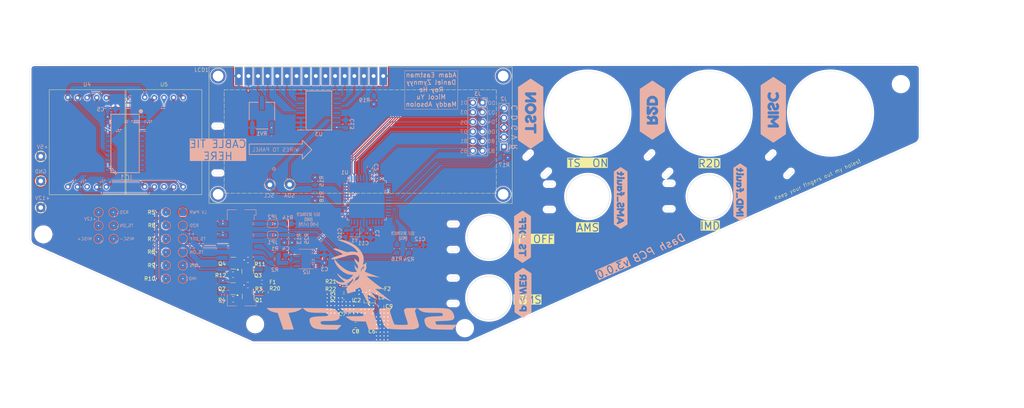
<source format=kicad_pcb>
(kicad_pcb (version 20240108) (generator "pcbnew") (generator_version "8.0")
  (layers (0 "F.Cu" signal) (31 "B.Cu" signal) (34 "B.Paste" user) (35 "F.Paste" user) (36 "B.SilkS" user "B.Silkscreen") (37 "F.SilkS" user "F.Silkscreen") (38 "B.Mask" user) (39 "F.Mask" user) (44 "Edge.Cuts" user))
  (net 0 "")
  (net 1 "+3V3")
  (net 2 "GND")
  (net 3 "Net-(C4-Pad1)")
  (net 4 "+12V")
  (net 5 "Net-(IC2-SS{slash}TR)")
  (net 6 "Net-(IC2-VOS)")
  (net 7 "Net-(F1-Pad2)")
  (net 8 "Vin")
  (net 9 "LED_R2D")
  (net 10 "LED_AMS_FAULT")
  (net 12 "BUTTON_SELF_DESTRUCT+")
  (net 13 "LED_TS_OFF")
  (net 14 "CANL")
  (net 15 "BUTTON_TS_ON")
  (net 16 "CANH")
  (net 17 "BUTTON_R2D")
  (net 18 "LED_IMD_FAULT")
  (net 19 "BUTTON_SELF_DESTRUCT-")
  (net 20 "/ICSPDAT")
  (net 21 "/~{MCLR}")
  (net 22 "/ICSPCLK")
  (net 23 "Net-(Q1-D)")
  (net 24 "Net-(Q3-D)")
  (net 25 "/SDA")
  (net 26 "/SCL")
  (net 27 "Net-(LCD1-A)")
  (net 28 "Net-(IC2-PG)")
  (net 29 "Net-(IC2-FB)")
  (net 30 "E0")
  (net 31 "C1")
  (net 32 "D5")
  (net 34 "B0")
  (net 35 "D0")
  (net 36 "C0")
  (net 38 "B2")
  (net 39 "/CAN_TX")
  (net 40 "C7")
  (net 41 "C2")
  (net 42 "D1")
  (net 43 "C5")
  (net 44 "/CAN_RX")
  (net 47 "D3")
  (net 48 "D6")
  (net 49 "B1")
  (net 50 "D4")
  (net 51 "LED_TS_ON")
  (net 52 "D2")
  (net 53 "D7")
  (net 54 "B5")
  (net 55 "E1")
  (net 56 "C6")
  (net 57 "E2")
  (net 62 "/f")
  (net 63 "/d")
  (net 64 "/e")
  (net 65 "/Dp")
  (net 67 "/digit0")
  (net 68 "/b")
  (net 72 "/a")
  (net 74 "/digit1")
  (net 75 "/c")
  (net 78 "/g")
  (net 79 "Net-(IC2-SW_1)")
  (net 83 "Net-(LCD1-DB7)")
  (net 84 "Net-(LCD1-R{slash}~{W})")
  (net 85 "Net-(LCD1-E)")
  (net 87 "Net-(LCD1-DB5)")
  (net 88 "Net-(LCD1-RS)")
  (net 89 "Net-(LCD1-VO)")
  (net 90 "Net-(LCD1-DB4)")
  (net 91 "Net-(LCD1-DB6)")
  (net 94 "Net-(U1-RA0)")
  (net 95 "Net-(U1-RA1)")
  (net 96 "/CLK+")
  (net 97 "A3")
  (net 98 "A4")
  (net 99 "A5")
  (net 100 "/CLK-")
  (net 101 "A2")
  (net 102 "Net-(Q2-D)")
  (net 103 "Net-(Q4-D)")
  (net 104 "Net-(R5-Pad2)")
  (net 105 "Net-(R6-Pad2)")
  (net 106 "Net-(R7-Pad2)")
  (net 107 "Net-(R8-Pad2)")
  (net 108 "Net-(R9-Pad2)")
  (net 109 "Net-(R10-Pad2)")
  (net 112 "Net-(J1-Pin_6)")
  (net 113 "Net-(J1-Pin_7)")
  (footprint "Resistor_SMD:R_0805_2012Metric_Pad1.20x1.40mm_HandSolder" (layer "F.Cu") (at 119.75 148)
    (property "Reference" "R9")
    (property "Value" "1K")
  )
  (footprint "Resistor_SMD:R_0805_2012Metric_Pad1.20x1.40mm_HandSolder" (layer "F.Cu") (at 142.39 153.2 180)
    (property "Reference" "R3")
    (property "Value" "10k")
  )
  (footprint "Resistor_SMD:R_0805_2012Metric_Pad1.20x1.40mm_HandSolder" (layer "F.Cu") (at 119.75 144.5)
    (property "Reference" "R6")
    (property "Value" "1K")
  )
  (footprint "sufst-lib:QFN50P300X300X100-17N-D" (layer "F.Cu") (at 172.78 160.11 -90)
    (property "Reference" "IC2")
    (property "Value" "TLV62130ARGTT" (hide yes))
  )
  (footprint "MountingHole:MountingHole_4.3mm_M4" (layer "F.Cu") (at 199.62 164.56)
    (property "Reference" "H3" (hide yes))
    (property "Value" "MountingHole")
  )
  (footprint "Capacitor_SMD:C_0805_2012Metric_Pad1.18x1.45mm_HandSolder" (layer "F.Cu") (at 175.1 163.7)
    (property "Reference" "C6")
    (property "Value" "10u")
  )
  (footprint "Package_TO_SOT_SMD:SOT-23" (layer "F.Cu") (at 138.47 154.14 180)
    (property "Reference" "Q2")
    (property "Value" "XP262N7002TR-G")
  )
  (footprint "Resistor_SMD:R_0805_2012Metric_Pad1.20x1.40mm_HandSolder" (layer "F.Cu") (at 138.47 150.46)
    (property "Reference" "R12")
    (property "Value" "10k")
  )
  (footprint "TestPoint:TestPoint_THTPad_D2.5mm_Drill1.2mm" (layer "F.Cu") (at 87.75 132.75 180)
    (property "Reference" "TP3" (hide yes))
    (property "Value" "TestPoint" (hide yes))
  )
  (footprint "TestPoint:TestPoint_THTPad_D2.5mm_Drill1.2mm" (layer "F.Cu") (at 87.75 125.75)
    (property "Reference" "TP5" (hide yes))
    (property "Value" "TestPoint")
  )
  (footprint "Resistor_SMD:R_0805_2012Metric_Pad1.20x1.40mm_HandSolder" (layer "F.Cu") (at 119.75 151.5)
    (property "Reference" "R10")
    (property "Value" "1K")
  )
  (footprint "Resistor_SMD:R_0805_2012Metric_Pad1.20x1.40mm_HandSolder" (layer "F.Cu") (at 167.7 154.3)
    (property "Reference" "R22")
    (property "Value" "750k")
  )
  (footprint "Resistor_SMD:R_0805_2012Metric_Pad1.20x1.40mm_HandSolder" (layer "F.Cu") (at 119.75 134)
    (property "Reference" "R5")
    (property "Value" "1K")
  )
  (footprint "Fuse:Fuse_0603_1608Metric_Pad1.05x0.95mm_HandSolder" (layer "F.Cu") (at 177.6 154.2 90)
    (property "Reference" "F2")
    (property "Value" "T0603FF0250TM")
  )
  (footprint "MountingHole:MountingHole_4.3mm_M4" (layer "F.Cu") (at 314.62 100.19)
    (property "Reference" "H1" (hide yes))
    (property "Value" "MountingHole")
  )
  (footprint "sufst-lib:IHLP1212BZEV2R2M11" (layer "F.Cu") (at 174.5 156.4)
    (property "Reference" "L1")
    (property "Value" "2.2uH")
  )
  (footprint "Resistor_SMD:R_0805_2012Metric_Pad1.20x1.40mm_HandSolder" (layer "F.Cu") (at 119.75 141)
    (property "Reference" "R7")
    (property "Value" "1K")
  )
  (footprint "Resistor_SMD:R_0805_2012Metric_Pad1.20x1.40mm_HandSolder" (layer "F.Cu") (at 138.5 156.94)
    (property "Reference" "R4")
    (property "Value" "10k")
  )
  (footprint "Capacitor_SMD:C_0805_2012Metric_Pad1.18x1.45mm_HandSolder" (layer "F.Cu") (at 170.8 163.7)
    (property "Reference" "C8")
    (property "Value" "0.1u")
  )
  (footprint "MountingHole:MountingHole_4.3mm_M4" (layer "F.Cu") (at 88.46 139.82)
    (property "Reference" "H4" (hide yes))
    (property "Value" "MountingHole")
  )
  (footprint "Package_TO_SOT_SMD:SOT-23" (layer "F.Cu") (at 142.45 156.2175 -90)
    (property "Reference" "Q1")
    (property "Value" "XP262N7002TR-G")
  )
  (footprint "Package_TO_SOT_SMD:SOT-23" (layer "F.Cu") (at 142.3625 149.6 -90)
    (property "Reference" "Q3")
    (property "Value" "XP262N7002TR-G")
  )
  (footprint "Fuse:Fuse_0603_1608Metric_Pad1.05x0.95mm_HandSolder" (layer "F.Cu") (at 146.1 152.4)
    (property "Reference" "F1")
    (property "Value" "T0603FF0750TM")
  )
  (footprint "Resistor_SMD:R_0805_2012Metric_Pad1.20x1.40mm_HandSolder" (layer "F.Cu") (at 119.75 137.5)
    (property "Reference" "R8")
    (property "Value" "1K")
  )
  (footprint "Resistor_SMD:R_0805_2012Metric_Pad1.20x1.40mm_HandSolder" (layer "F.Cu") (at 142.41 146.57 180)
    (property "Reference" "R11")
    (property "Value" "10k")
  )
  (footprint "sufst-lib:Generic 7 seg 20mmx27.7mm" (layer "F.Cu") (at 99.99 115.5)
    (property "Reference" "U4")
    (property "Value" "~")
  )
  (footprint "Capacitor_SMD:C_0805_2012Metric_Pad1.18x1.45mm_HandSolder" (layer "F.Cu") (at 169.6 160.8 90)
    (property "Reference" "C7")
    (property "Value" "3.3n")
  )
  (footprint "Capacitor_SMD:C_0805_2012Metric_Pad1.18x1.45mm_HandSolder" (layer "F.Cu") (at 177.53 158.81 90)
    (property "Reference" "C9")
    (property "Value" "22u")
  )
  (footprint "Package_TO_SOT_SMD:SOT-23" (layer "F.Cu") (at 138.5625 147.41 180)
    (property "Reference" "Q4")
    (property "Value" "XP262N7002TR-G")
  )
  (footprint "TestPoint:TestPoint_THTPad_D2.5mm_Drill1.2mm" (layer "F.Cu") (at 87.75 119.25 180)
    (property "Reference" "TP4" (hide yes))
    (property "Value" "TestPoint")
  )
  (footprint "Resistor_SMD:R_0805_2012Metric_Pad1.20x1.40mm_HandSolder" (layer "F.Cu") (at 167.7 152.3)
    (property "Reference" "R21")
    (property "Value" "100k")
  )
  (footprint "MountingHole:MountingHole_4.3mm_M4" (layer "F.Cu") (at 144.31 163.54)
    (property "Reference" "H13" (hide yes))
    (property "Value" "MountingHole")
  )
  (footprint "sufst-lib:Generic 7 seg 20mmx27.7mm" (layer "F.Cu") (at 120.26 115.48)
    (property "Reference" "U5")
    (property "Value" "~")
  )
  (footprint "Resistor_SMD:R_0805_2012Metric_Pad1.20x1.40mm_HandSolder" (layer "F.Cu") (at 167.7 156.3)
    (property "Reference" "R23")
    (property "Value" "240k")
  )
  (footprint "TestPoint:TestPoint_THTPad_D2.5mm_Drill1.2mm" (layer "F.Cu") (at 153.4 126.69)
    (property "Reference" "TP1" (hide yes))
    (property "Value" "TestPoint")
  )
  (footprint "Resistor_SMD:R_0805_2012Metric_Pad1.20x1.40mm_HandSolder" (layer "F.Cu") (at 147 155.1 -90)
    (property "Reference" "R20")
    (property "Value" "12")
  )
  (footprint "sufst-lib:16x2 LCD" (layer "F.Cu") (at 172.13 113.66)
    (property "Reference" "LCD1")
    (property "Value" "16x2 LCD")
  )
  (footprint "Resistor_SMD:R_0805_2012Metric_Pad1.20x1.40mm_HandSolder" (layer "B.Cu") (at 149.5 145.3 180)
    (property "Reference" "R1")
    (property "Value" "60R")
  )
  (footprint "Resistor_SMD:R_0805_2012Metric_Pad1.20x1.40mm_HandSolder" (layer "B.Cu") (at 184.87 143.62 -90)
    (property "Reference" "R24")
    (property "Value" "1k")
  )
  (footprint "Jumper:SolderJumper-2_P1.3mm_Open_RoundedPad1.0x1.5mm" (layer "B.Cu") (at 148.94 140.01 180)
    (property "Reference" "JP1")
    (property "Value" "SolderJumper_2_Open")
  )
  (footprint "Resistor_SMD:R_0805_2012Metric_Pad1.20x1.40mm_HandSolder" (layer "B.Cu") (at 149.5 147.3)
    (property "Reference" "R2")
    (property "Value" "60R")
  )
  (footprint "Connector_PinHeader_2.54mm:PinHeader_2x06_P2.54mm_Vertical" (layer "B.Cu") (at 204.27 105.08 180)
    (property "Reference" "J3")
    (property "Value" "Conn_02x06_Counter_Clockwise")
  )
  (footprint "Capacitor_SMD:C_0603_1608Metric_Pad1.08x0.95mm_HandSolder" (layer "B.Cu") (at 168.2 139.6 -90)
    (property "Reference" "C10")
    (property "Value" "10p")
  )
  (footprint "TestPoint:TestPoint_Pad_D2.0mm" (layer "B.Cu") (at 106.999293 137.500707 90)
    (property "Reference" "SP19" (hide yes))
    (property "Value" "Solder Pad")
  )
  (footprint "Resistor_SMD:R_0805_2012Metric_Pad1.20x1.40mm_HandSolder" (layer "B.Cu") (at 154.01 140.99 -90)
    (property "Reference" "R25")
    (property "Value" "10k")
  )
  (footprint "Capacitor_SMD:C_0805_2012Metric_Pad1.18x1.45mm_HandSolder" (layer "B.Cu") (at 174.6 122.1 90)
    (property "Reference" "C2")
    (property "Value" "100n")
  )
  (footprint "kibuzzard-67F6B156" (layer "B.Cu") (at 216.97 107.98 90)
    (property "Reference" "kibuzzard-67F6B156" (hide yes))
    (property "Value" "G***" (hide yes))
  )
  (footprint "kibuzzard-67F52FB1" (layer "B.Cu") (at 214.82 140.45 90)
    (property "Reference" "kibuzzard-67F52FB1" (hide yes))
    (property "Value" "G***" (hide yes))
  )
  (footprint "TestPoint:TestPoint_THTPad_D2.5mm_Drill1.2mm" (layer "B.Cu") (at 148.2 126.75)
    (property "Reference" "TP2" (hide yes))
    (property "Value" "TestPoint")
  )
  (footprint "TestPoint:TestPoint_Pad_D2.0mm" (layer "B.Cu") (at 120.75 134 180)
    (property "Reference" "SP1" (hide yes))
    (property "Value" "Solder Pad")
  )
  (footprint "Package_SO:SOIC-8_3.9x4.9mm_P1.27mm" (layer "B.Cu") (at 157.8 146.3 180)
    (property "Reference" "U2")
    (property "Value" "MAX3051ESA+")
  )
  (footprint "kibuzzard-67F53054" (layer "B.Cu") (at 272.21 128.68 90)
    (property "Reference" "kibuzzard-67F53054" (hide yes))
    (property "Value" "G***" (hide yes))
  )
  (footprint "TestPoint:TestPoint_Pad_D2.0mm" (layer "B.Cu") (at 125.25 141 90)
    (property "Reference" "SP9" (hide yes))
    (property "Value" "Solder Pad")
  )
  (footprint "TestPoint:TestPoint_Pad_D2.0mm" (layer "B.Cu") (at 103 134 180)
    (property "Reference" "SP13" (hide yes))
    (property "Value" "Solder Pad")
  )
  (footprint "LOGO" (layer "B.Cu") (at 172.37 149.8 180)
    (property "Reference" "G***" (hide yes))
    (property "Value" "LOGO" (hide yes))
  )
  (footprint "sufst-lib:SOIC127P1030X265-16N" (layer "B.Cu") (at 161.11 107.15)
    (property "Reference" "U3")
    (property "Value" "PCF8574" (hide yes))
  )
  (footprint "TestPoint:TestPoint_Pad_D2.0mm" (layer "B.Cu") (at 120.75 137.5 180)
    (property "Reference" "SP4" (hide yes))
    (property "Value" "Solder Pad")
  )
  (footprint "Resistor_SMD:R_0805_2012Metric_Pad1.20x1.40mm_HandSolder" (layer "B.Cu") (at 160.1 125.8 90)
    (property "Reference" "R15")
    (property "Value" "4.7k")
  )
  (footprint "TestPoint:TestPoint_Pad_D2.0mm" (layer "B.Cu") (at 103 137.5 180)
    (property "Reference" "SP14" (hide yes))
    (property "Value" "Solder Pad")
  )
  (footprint "Jumper:SolderJumper-2_P1.3mm_Open_RoundedPad1.0x1.5mm" (layer "B.Cu") (at 148.94 137.02 180)
    (property "Reference" "JP2")
    (property "Value" "SolderJumper_2_Open")
  )
  (footprint "sufst-lib:HT16K33" (layer "B.Cu") (at 110 115.84 -90)
    (property "Reference" "IC1")
    (property "Value" "HT16K33")
    (property "VALUE" "HTK16K33" (hide yes))
  )
  (footprint "kibuzzard-67F52EB7" (layer "B.Cu") (at 249.07 107.06 90)
    (property "Reference" "kibuzzard-67F52EB7" (hide yes))
    (property "Value" "G***" (hide yes))
  )
  (footprint "kibuzzard-67F52FD7" (layer "B.Cu") (at 214.95 155.24 90)
    (property "Reference" "kibuzzard-67F52FD7" (hide yes))
    (property "Value" "G***" (hide yes))
  )
  (footprint "kibuzzard-67F5305C" (layer "B.Cu") (at 240.71 130.22 90)
    (property "Reference" "kibuzzard-67F5305C" (hide yes))
    (property "Value" "G***" (hide yes))
  )
  (footprint "Resistor_SMD:R_0805_2012Metric_Pad1.20x1.40mm_HandSolder" (layer "B.Cu") (at 152.01 140.99 -90)
    (property "Reference" "R13")
    (property "Value" "0")
  )
  (footprint "Package_QFP:TQFP-44_10x10mm_P0.8mm" (layer "B.Cu") (at 173.73 130.83 -90)
    (property "Reference" "U1")
    (property "Value" "PIC18F47Q84-I/PT")
  )
  (footprint "TestPoint:TestPoint_Pad_D2.0mm" (layer "B.Cu") (at 120.75 148 180)
    (property "Reference" "SP5" (hide yes))
    (property "Value" "Solder Pad")
  )
  (footprint "TestPoint:TestPoint_Pad_D2.0mm" (layer "B.Cu") (at 103 141 180)
    (property "Reference" "SP15" (hide yes))
    (property "Value" "Solder Pad")
  )
  (footprint "Capacitor_SMD:C_0805_2012Metric_Pad1.18x1.45mm_HandSolder" (layer "B.Cu") (at 106.43 106.74)
    (property "Reference" "C5")
    (property "Value" "0.1u")
  )
  (footprint "TestPoint:TestPoint_Pad_D2.0mm" (layer "B.Cu") (at 120.75 151.5 180)
    (property "Reference" "SP6" (hide yes))
    (property "Value" "Solder Pad")
  )
  (footprint "TestPoint:TestPoint_Pad_D2.0mm" (layer "B.Cu") (at 125.25 151.5)
    (property "Reference" "SP12" (hide yes))
    (property "Value" "Solder Pad")
  )
  (footprint "TestPoint:TestPoint_Pad_D2.0mm" (layer "B.Cu") (at 125.25 144.5 90)
    (property "Reference" "SP8" (hide yes))
    (property "Value" "Solder Pad")
  )
  (footprint "Capacitor_SMD:C_0805_2012Metric_Pad1.18x1.45mm_HandSolder" (layer "B.Cu") (at 168.2 110.7 90)
    (property "Reference" "C13")
    (property "Value" "0.1u")
  )
  (footprint "Resistor_SMD:R_0805_2012Metric_Pad1.20x1.40mm_HandSolder" (layer "B.Cu") (at 181.7 143.61 -90)
    (property "Reference" "R16")
    (property "Value" "0")
  )
  (footprint "Capacitor_SMD:C_0805_2012Metric_Pad1.18x1.45mm_HandSolder" (layer "B.Cu") (at 152.4 146.3 90)
    (property "Reference" "C4")
    (property "Value" "4.7n")
  )
  (footprint "Resistor_SMD:R_0805_2012Metric_Pad1.20x1.40mm_HandSolder" (layer "B.Cu") (at 160.1 129.9 -90)
    (property "Reference" "R18")
    (property "Value" "4.7k")
  )
  (footprint "Resistor_SMD:R_0805_2012Metric_Pad1.20x1.40mm_HandSolder" (layer "B.Cu") (at 209.924058 119.566883 180)
    (property "Reference" "R17")
    (property "Value" "10k")
  )
  (footprint "TestPoint:TestPoint_Pad_D2.0mm" (layer "B.Cu") (at 125.25 148)
    (property "Reference" "SP11" (hide yes))
    (property "Value" "Solder Pad")
  )
  (footprint "TestPoint:TestPoint_Pad_D2.0mm" (layer "B.Cu") (at 120.75 141 180)
    (property "Reference" "SP3" (hide yes))
    (property "Value" "Solder Pad")
  )
  (footprint "TestPoint:TestPoint_Pad_D2.0mm" (layer "B.Cu") (at 125.25 137.5 90)
    (property "Reference" "SP10" (hide yes))
    (property "Value" "Solder Pad")
  )
  (footprint "sufst-lib:TS7Y103KR32" (layer "B.Cu") (at 146.1 108.5 180)
    (property "Reference" "RV1")
    (property "Value" "R_Potentiometer" (hide yes))
  )
  (footprint "Crystal:Crystal_SMD_SeikoEpson_FA128-4Pin_2.0x1.6mm" (layer "B.Cu") (at 170.5 139.25 180)
    (property "Reference" "Y1")
    (property "Value" "20MHz")
  )
  (footprint "TestPoint:TestPoint_Pad_D2.0mm" (layer "B.Cu") (at 107 141 180)
    (property "Reference" "SP21" (hide yes))
    (property "Value" "Solder Pad")
  )
  (footprint "Connector_PinSocket_2.54mm:PinSocket_1x05_P2.54mm_Vertical" (layer "B.Cu") (at 209.935 116.7)
    (property "Reference" "J2")
    (property "Value" "Conn_01x05_Pin")
  )
  (footprint "LOGO" (layer "B.Cu") (at 172.382494 162.030138 180)
    (property "Reference" "G***" (hide yes))
    (property "Value" "LOGO" (hide yes))
  )
  (footprint "Capacitor_SMD:C_0603_1608Metric_Pad1.08x0.95mm_HandSolder" (layer "B.Cu") (at 187.78 142.55)
    (property "Reference" "C12")
    (property "Value" "100n")
  )
  (footprint "Connector_Molex:Molex_Micro-Fit_3.0_43045-1418_2x07-1MP_P3.00mm_Vertical" (layer "B.Cu") (at 140.5 146 90)
    (property "Reference" "J1")
    (property "Value" "IO")
  )
  (footprint "Capacitor_SMD:C_0805_2012Metric_Pad1.18x1.45mm_HandSolder" (layer "B.Cu") (at 162.6 146.3 -90)
    (property "Reference" "C3")
    (property "Value" "100n")
  )
  (footprint "TestPoint:TestPoint_Pad_D2.0mm" (layer "B.Cu") (at 106.939293 134.000707 90)
    (property "Reference" "SP20" (hide yes))
    (property "Value" "Solder Pad")
  )
  (footprint "TestPoint:TestPoint_Pad_D2.0mm" (layer "B.Cu") (at 125.25 134 180)
    (property "Reference" "SP7" (hide yes))
    (property "Value" "Solder Pad")
  )
  (footprint "Resistor_SMD:R_0805_2012Metric_Pad1.20x1.40mm_HandSolder" (layer "B.Cu") (at 152.9 137.02 180)
    (property "Reference" "R14")
    (property "Value" "0")
  )
  (footprint "kibuzzard-67F52EF3" (layer "B.Cu") (at 280.97 106.96 90)
    (property "Reference" "kibuzzard-67F52EF3" (hide yes))
    (property "Value" "G***" (hide yes))
  )
  (footprint "Capacitor_SMD:C_0603_1608Metric_Pad1.08x0.95mm_HandSolder" (layer "B.Cu") (at 172.8 139.6 -90)
    (property "Reference" "C11")
    (property "Value" "10p")
  )
  (footprint "Resistor_SMD:R_0805_2012Metric_Pad1.20x1.40mm_HandSolder" (layer "B.Cu") (at 175.6 104.48 90)
    (property "Reference" "R19")
    (property "Value" "10")
  )
  (footprint "Capacitor_SMD:C_0805_2012Metric_Pad1.18x1.45mm_HandSolder" (layer "B.Cu") (at 174.7 139.6 -90)
    (property "Reference" "C1")
    (property "Value" "100n")
  )
  (footprint "TestPoint:TestPoint_Pad_D2.0mm" (layer "B.Cu") (at 120.75 144.5 180)
    (property "Reference" "SP2" (hide yes))
    (property "Value" "Solder Pad")
  )
  (gr_line (start 118.9 134) (end 118.9 151.5) (stroke (width 0.1)) (layer "B.SilkS"))
  (gr_line (start 103 135.2) (end 103 136.3) (stroke (width 0.1)) (layer "B.SilkS"))
  (gr_poly (pts (xy 142.75 116) (xy 156.75 116) (xy 156.75 115) (xy 159.25 117.5) (xy 156.75 120) (xy 156.75 118.75) (xy 142.75 118.75)) (stroke (width 0.2)) (fill none) (layer "B.SilkS"))
  (gr_rect (start 183.73 96.69) (end 197.75 106.81) (stroke (width 0.1)) (fill none) (layer "B.SilkS"))
  (gr_line (start 195.79 151.83) (end 197.29 151.83) (stroke (width 0.05)) (layer "Edge.Cuts"))
  (gr_line (start 197.31 136.59) (end 195.81 136.59) (stroke (width 0.05)) (layer "Edge.Cuts"))
  (gr_arc (start 220.909669 124.55033) (mid 220.2025 124.550357) (end 220.202563 123.843223) (stroke (width 0.05)) (layer "Edge.Cuts"))
  (gr_circle (center 232.062359 107.83995) (end 243.06274 107.83995) (stroke (width 0.05)) (fill none) (layer "Edge.Cuts"))
  (gr_arc (start 222.69 126.07) (mid 223.19 126.57) (end 222.69 127.07) (stroke (width 0.05)) (layer "Edge.Cuts"))
  (gr_line (start 221.263223 122.782563) (end 220.202563 123.843223) (stroke (width 0.05)) (layer "Edge.Cuts"))
  (gr_arc (start 221.19 127.07) (mid 220.69 126.57) (end 221.19 126.07) (stroke (width 0.05)) (layer "Edge.Cuts"))
  (gr_arc (start 197.3 143.31) (mid 197.8 143.81) (end 197.3 144.31) (stroke (width 0.05)) (layer "Edge.Cuts"))
  (gr_line (start 86.109086 143.011146) (end 143.64 168.5) (stroke (width 0.05)) (layer "Edge.Cuts"))
  (gr_arc (start 252.72 133.59) (mid 252.22 133.09) (end 252.72 132.59) (stroke (width 0.05)) (layer "Edge.Cuts"))
  (gr_line (start 84.851457 96.161457) (end 84.856849 141.041858) (stroke (width 0.05)) (layer "Edge.Cuts"))
  (gr_arc (start 135.24 123.13) (mid 135.74 123.63) (end 135.24 124.13) (stroke (width 0.05)) (layer "Edge.Cuts"))
  (gr_line (start 216.11967 119.78033) (end 217.18033 118.71967) (stroke (width 0.05)) (layer "Edge.Cuts"))
  (gr_arc (start 248.14967 119.75033) (mid 247.442564 119.75033) (end 247.442563 119.043223) (stroke (width 0.05)) (layer "Edge.Cuts"))
  (gr_arc (start 195.8 144.31) (mid 195.3 143.81) (end 195.8 143.31) (stroke (width 0.05)) (layer "Edge.Cuts"))
  (gr_circle (center 264.061978 107.840331) (end 275.062359 107.840331) (stroke (width 0.05)) (fill none) (layer "Edge.Cuts"))
  (gr_line (start 133.74 124.13) (end 135.24 124.13) (stroke (width 0.05)) (layer "Edge.Cuts"))
  (gr_arc (start 195.77 158.53) (mid 195.27 158.03) (end 195.77 157.53) (stroke (width 0.05)) (layer "Edge.Cuts"))
  (gr_line (start 284.919669 124.63033) (end 285.98033 123.56967) (stroke (width 0.05)) (layer "Edge.Cuts"))
  (gr_line (start 252.72 133.59) (end 254.22 133.59) (stroke (width 0.05)) (layer "Edge.Cuts"))
  (gr_line (start 135.24 123.13) (end 133.74 123.13) (stroke (width 0.05)) (layer "Edge.Cuts"))
  (gr_arc (start 222.66 132.748631) (mid 223.16 133.248631) (end 222.66 133.748631) (stroke (width 0.05)) (layer "Edge.Cuts"))
  (gr_arc (start 197.29 150.83) (mid 197.79 151.33) (end 197.29 151.83) (stroke (width 0.05)) (layer "Edge.Cuts"))
  (gr_line (start 133.71 111.77) (end 135.21 111.77) (stroke (width 0.05)) (layer "Edge.Cuts"))
  (gr_line (start 280.12967 119.78033) (end 281.19033 118.71967) (stroke (width 0.05)) (layer "Edge.Cuts"))
  (gr_line (start 252.73 126.84) (end 254.23 126.84) (stroke (width 0.05)) (layer "Edge.Cuts"))
  (gr_line (start 221.16 133.748631) (end 222.66 133.748631) (stroke (width 0.05)) (layer "Edge.Cuts"))
  (gr_circle (center 232.062359 129.83995) (end 237.812359 129.83995) (stroke (width 0.1)) (fill none) (layer "Edge.Cuts"))
  (gr_line (start 254.23 125.84) (end 252.73 125.84) (stroke (width 0.05)) (layer "Edge.Cuts"))
  (gr_line (start 291.199999 128.18) (end 318.494951 116.063974) (stroke (width 0.05)) (layer "Edge.Cuts"))
  (gr_circle (center 296.060219 107.831332) (end 289.257579 99.186537) (stroke (width 0.05)) (fill none) (layer "Edge.Cuts"))
  (gr_arc (start 252.899669 124.61033) (mid 252.192562 124.610329) (end 252.192563 123.903223) (stroke (width 0.05)) (layer "Edge.Cuts"))
  (gr_line (start 280.483224 118.012563) (end 279.422563 119.073223) (stroke (width 0.05)) (layer "Edge.Cuts"))
  (gr_line (start 252.899669 124.61033) (end 253.96033 123.54967) (stroke (width 0.05)) (layer "Edge.Cuts"))
  (gr_line (start 248.503224 117.982563) (end 247.442563 119.043223) (stroke (width 0.05)) (layer "Edge.Cuts"))
  (gr_arc (start 135.21 110.77) (mid 135.71 111.27) (end 135.21 111.77) (stroke (width 0.05)) (layer "Edge.Cuts"))
  (gr_arc (start 285.273223 122.862563) (mid 285.98033 122.862563) (end 285.98033 123.56967) (stroke (width 0.05)) (layer "Edge.Cuts"))
  (gr_line (start 143.64 168.5) (end 200.5 168.51) (stroke (width 0.05)) (layer "Edge.Cuts"))
  (gr_arc (start 133.74 124.13) (mid 133.24 123.63) (end 133.74 123.13) (stroke (width 0.05)) (layer "Edge.Cuts"))
  (gr_line (start 222.69 126.07) (end 221.19 126.07) (stroke (width 0.05)) (layer "Edge.Cuts"))
  (gr_arc (start 195.79 151.83) (mid 195.29 151.33) (end 195.79 150.83) (stroke (width 0.05)) (layer "Edge.Cuts"))
  (gr_arc (start 280.483224 118.012563) (mid 281.190331 118.012564) (end 281.19033 118.71967) (stroke (width 0.05)) (layer "Edge.Cuts"))
  (gr_arc (start 252.73 126.84) (mid 252.23 126.34) (end 252.73 125.84) (stroke (width 0.05)) (layer "Edge.Cuts"))
  (gr_line (start 135.21 110.77) (end 133.71 110.77) (stroke (width 0.05)) (layer "Edge.Cuts"))
  (gr_line (start 319.823265 113.99123) (end 319.838543 96.061457) (stroke (width 0.05)) (layer "Edge.Cuts"))
  (gr_line (start 220.909669 124.55033) (end 221.97033 123.48967) (stroke (width 0.05)) (layer "Edge.Cuts"))
  (gr_line (start 285.273223 122.862563) (end 284.212563 123.923223) (stroke (width 0.05)) (layer "Edge.Cuts"))
  (gr_line (start 291.199999 128.18) (end 200.5 168.51) (stroke (width 0.05)) (layer "Edge.Cuts"))
  (gr_arc (start 197.31 136.59) (mid 197.81 137.09) (end 197.31 137.59) (stroke (width 0.05)) (layer "Edge.Cuts"))
  (gr_arc (start 86.109086 143.011146) (mid 85.181459 142.218226) (end 84.856849 141.041858) (stroke (width 0.05)) (layer "Edge.Cuts"))
  (gr_line (start 253.253223 122.842563) (end 252.192563 123.903223) (stroke (width 0.05)) (layer "Edge.Cuts"))
  (gr_line (start 248.14967 119.75033) (end 249.21033 118.68967) (stroke (width 0.05)) (layer "Edge.Cuts"))
  (gr_line (start 197.27 157.53) (end 195.77 157.53) (stroke (width 0.05)) (layer "Edge.Cuts"))
  (gr_circle (center 264.07 129.85) (end 269.82 129.85) (stroke (width 0.1)) (fill none) (layer "Edge.Cuts"))
  (gr_arc (start 84.851457 96.161457) (mid 85.2 95.32) (end 86.041457 94.971457) (stroke (width 0.05)) (layer "Edge.Cuts"))
  (gr_arc (start 216.473224 118.012563) (mid 217.180357 118.012544) (end 217.18033 118.71967) (stroke (width 0.05)) (layer "Edge.Cuts"))
  (gr_line (start 221.19 127.07) (end 222.69 127.07) (stroke (width 0.05)) (layer "Edge.Cuts"))
  (gr_line (start 222.66 132.748631) (end 221.16 132.748631) (stroke (width 0.05)) (layer "Edge.Cuts"))
  (gr_line (start 197.29 150.83) (end 195.79 150.83) (stroke (width 0.05)) (layer "Edge.Cuts"))
  (gr_arc (start 254.23 125.84) (mid 254.73 126.34) (end 254.23 126.84) (stroke (width 0.05)) (layer "Edge.Cuts"))
  (gr_arc (start 221.263223 122.782563) (mid 221.970329 122.782563) (end 221.97033 123.48967) (stroke (width 0.05)) (layer "Edge.Cuts"))
  (gr_line (start 216.473224 118.012563) (end 215.412563 119.073223) (stroke (width 0.05)) (layer "Edge.Cuts"))
  (gr_line (start 197.3 143.31) (end 195.8 143.31) (stroke (width 0.05)) (layer "Edge.Cuts"))
  (gr_arc (start 254.22 132.59) (mid 254.72 133.09) (end 254.22 133.59) (stroke (width 0.05)) (layer "Edge.Cuts"))
  (gr_arc (start 221.16 133.748631) (mid 220.66 133.248631) (end 221.16 132.748631) (stroke (width 0.05)) (layer "Edge.Cuts"))
  (gr_circle (center 205.95 140.6) (end 211.7 140.6) (stroke (width 0.1)) (fill none) (layer "Edge.Cuts"))
  (gr_arc (start 284.919669 124.63033) (mid 284.212563 124.63033) (end 284.212563 123.923223) (stroke (width 0.05)) (layer "Edge.Cuts"))
  (gr_arc (start 280.12967 119.78033) (mid 279.422564 119.78033) (end 279.422563 119.073223) (stroke (width 0.05)) (layer "Edge.Cuts"))
  (gr_arc (start 197.27 157.53) (mid 197.77 158.03) (end 197.27 158.53) (stroke (width 0.05)) (layer "Edge.Cuts"))
  (gr_arc (start 318.648543 94.871457) (mid 319.49 95.22) (end 319.838543 96.061457) (stroke (width 0.05)) (layer "Edge.Cuts"))
  (gr_line (start 195.77 158.53) (end 197.27 158.53) (stroke (width 0.05)) (layer "Edge.Cuts"))
  (gr_arc (start 133.71 111.77) (mid 133.21 111.27) (end 133.71 110.77) (stroke (width 0.05)) (layer "Edge.Cuts"))
  (gr_circle (center 205.95 156.6) (end 211.7 156.6) (stroke (width 0.1)) (fill none) (layer "Edge.Cuts"))
  (gr_arc (start 319.823265 113.99123) (mid 319.462389 115.221959) (end 318.494951 116.063974) (stroke (width 0.05)) (layer "Edge.Cuts"))
  (gr_arc (start 195.81 137.59) (mid 195.31 137.09) (end 195.81 136.59) (stroke (width 0.05)) (layer "Edge.Cuts"))
  (gr_arc (start 248.503224 117.982563) (mid 249.210331 117.982564) (end 249.21033 118.68967) (stroke (width 0.05)) (layer "Edge.Cuts"))
  (gr_line (start 195.8 144.31) (end 197.3 144.31) (stroke (width 0.05)) (layer "Edge.Cuts"))
  (gr_line (start 195.81 137.59) (end 197.31 137.59) (stroke (width 0.05)) (layer "Edge.Cuts"))
  (gr_arc (start 253.253223 122.842563) (mid 253.960329 122.842563) (end 253.96033 123.54967) (stroke (width 0.05)) (layer "Edge.Cuts"))
  (gr_line (start 254.22 132.59) (end 252.72 132.59) (stroke (width 0.05)) (layer "Edge.Cuts"))
  (gr_arc (start 216.11967 119.78033) (mid 215.412564 119.78033) (end 215.412563 119.073223) (stroke (width 0.05)) (layer "Edge.Cuts"))
  (gr_line (start 318.648543 94.871457) (end 86.041457 94.971457) (stroke (width 0.05)) (layer "Edge.Cuts"))
  (gr_text "TS_ON" (at 108.5 137.5 0) (layer "B.SilkS") (effects (font (size 0.8 0.8)) (justify right mirror)))
  (gr_text "D6" (at 207.68 113.34 0) (layer "B.SilkS") (effects (font (size 1 1) (thickness 0.1)) (justify left bottom mirror)))
  (gr_text "TS_ON" (at 127 144.5 0) (layer "B.SilkS") (effects (font (size 0.8 0.8)) (justify right mirror)))
  (gr_text "+12V" (at 117.8 142.8 90) (layer "B.SilkS") (effects (font (size 1 1) (thickness 0.1)) (justify mirror)))
  (gr_text "D4" (at 207.63 110.75 0) (layer "B.SilkS") (effects (font (size 1 1) (thickness 0.1)) (justify left bottom mirror)))
  (gr_text "SDA" (at 154.85 130.18 0) (layer "B.SilkS") (effects (font (size 1 1)) (justify left bottom mirror)))
  (gr_text "MISC-" (at 108.5 141 0) (layer "B.SilkS") (effects (font (size 0.8 0.8)) (justify right mirror)))
  (gr_text "+12V" (at 88.25 130.25 0) (layer "B.SilkS") (effects (font (size 1 1)) (justify mirror)))
  (gr_text "D0" (at 207.72 105.78 0) (layer "B.SilkS") (effects (font (size 1 1) (thickness 0.1)) (justify left bottom mirror)))
  (gr_text "MISC+\n" (at 101.3 141 0) (layer "B.SilkS") (effects (font (size 0.8 0.8)) (justify left mirror)))
  (gr_text "D3" (at 200.41 108.2 0) (layer "B.SilkS") (effects (font (size 1 1) (thickness 0.1)) (justify left bottom mirror)))
  (gr_text "B2" (at 207.61 118.41 0) (layer "B.SilkS") (effects (font (size 1 1) (thickness 0.1)) (justify left bottom mirror)))
  (gr_text "SCL" (at 149.45 130.18 0) (layer "B.SilkS") (effects (font (size 1 1)) (justify left bottom mirror)))
  (gr_text "D7" (at 200.38 113.33 0) (layer "B.SilkS") (effects (font (size 1 1) (thickness 0.1)) (justify left bottom mirror)))
  (gr_text "WIRES TO PANEL" (at 156 117.5 0) (layer "B.SilkS") (effects (font (size 1 1) (thickness 0.1)) (justify left mirror)))
  (gr_text "C D G V ~{R}" (at 213.6 111.56 90) (layer "B.SilkS") (effects (font (size 1.5 1.5) (thickness 0.1875)) (justify bottom mirror)))
  (gr_text "B1" (at 200.41 115.81 0) (layer "B.SilkS") (effects (font (size 1 1) (thickness 0.1)) (justify left bottom mirror)))
  (gr_text "R2D" (at 108.5 134 0) (layer "B.SilkS") (effects (font (size 0.8 0.8)) (justify right mirror)))
  (gr_text "D1\n" (at 200.38 105.67 0) (layer "B.SilkS") (effects (font (size 1 1) (thickness 0.1)) (justify left bottom mirror)))
  (gr_text "R2D" (at 127 137.5 0) (layer "B.SilkS") (effects (font (size 0.8 0.8)) (justify right mirror)))
  (gr_text "v3.0.0" (at 243.5 148 23.969) (layer "B.SilkS" knockout) (effects (font (size 2 2) (thickness 0.3)) (justify left bottom mirror)))
  (gr_text "+5V" (at 88.25 116.75 0) (layer "B.SilkS") (effects (font (size 1 1)) (justify mirror)))
  (gr_text "D2" (at 207.66 108.28 0) (layer "B.SilkS") (effects (font (size 1 1) (thickness 0.1)) (justify left bottom mirror)))
  (gr_text "LV PWR" (at 127 134 0) (layer "B.SilkS") (effects (font (size 0.8 0.8)) (justify right mirror)))
  (gr_text "B5" (at 200.38 118.44 0) (layer "B.SilkS") (effects (font (size 1 1) (thickness 0.1)) (justify left bottom mirror)))
  (gr_text "Dash PCB" (at 258.28 141.41 23.969) (layer "B.SilkS") (effects (font (size 2 2) (thickness 0.3) (italic yes)) (justify left bottom mirror)))
  (gr_text "GND" (at 87.75 123.25 0) (layer "B.SilkS") (effects (font (size 1 1)) (justify mirror)))
  (gr_text "B0" (at 207.61 115.83 0) (layer "B.SilkS") (effects (font (size 1 1) (thickness 0.1)) (justify left bottom mirror)))
  (gr_text "+12V" (at 102.5 135.75 0) (layer "B.SilkS") (effects (font (size 0.8 0.8)) (justify left mirror)))
  (gr_text "IMD" (at 126.75 151.5 0) (layer "B.SilkS") (effects (font (size 0.8 0.8)) (justify right mirror)))
  (gr_text "AMS" (at 127 148 0) (layer "B.SilkS") (effects (font (size 0.8 0.8)) (justify right mirror)))
  (gr_text "D5" (at 200.39 110.92 0) (layer "B.SilkS") (effects (font (size 1 1) (thickness 0.1)) (justify left bottom mirror)))
  (gr_text "CABLE TIE\nHERE" (at 134.5 117.6 0) (layer "B.SilkS" knockout) (effects (font (size 2 2) (thickness 0.25)) (justify mirror)))
  (gr_text "TS_OFF" (at 127 141 0) (layer "B.SilkS") (effects (font (size 0.8 0.8)) (justify right mirror)))
  (gr_text "Adam Eastman\nDaniel Zymnyy\nRoy He\nMicol Yu\nMaddy Absolon" (at 190.74 106.22 -0) (layer "B.SilkS") (effects (font (size 1.2 1.2) (thickness 0.2) (bold yes)) (justify bottom mirror)))
  (gr_text "SELF DESTRUCT!\n(GND)\n(+5V) (+12V)\n" (at 158.38 137.63 0) (layer "B.SilkS") (effects (font (size 0.8 0.5) (thickness 0.1) (bold yes)) (justify bottom mirror)))
  (gr_text "SELF DESTRUCT!\n(MCU)\n" (at 183.31 141.31 0) (layer "B.SilkS") (effects (font (size 0.8 0.5) (thickness 0.1) (bold yes)) (justify bottom mirror)))
  (gr_text "R2D" (at 264.1 122.3 0) (layer "F.SilkS" knockout) (effects (font (size 2 2) (thickness 0.25)) (justify bottom)))
  (gr_text "LVMS" (at 216.09 158.25 0) (layer "F.SilkS" knockout) (effects (font (size 2 2) (thickness 0.25)) (justify bottom)))
  (gr_text "TS OFF" (at 217.89 142.26 0) (layer "F.SilkS" knockout) (effects (font (size 2 2) (thickness 0.25)) (justify bottom)))
  (gr_text "TS  ON" (at 232.1 122.2 0) (layer "F.SilkS" knockout) (effects (font (size 2 2) (thickness 0.25)) (justify bottom)))
  (gr_text "AMS" (at 228.93 138.04 0) (layer "F.SilkS" knockout) (effects (font (size 2 2) (thickness 0.25)) (justify left)))
  (gr_text "Keep your fingers out my holes!" (at 281.5 131 23.969) (layer "F.SilkS") (effects (font (size 1 1) (thickness 0.1)) (justify left bottom)))
  (gr_text "IMD" (at 261.51 137.58 0) (layer "F.SilkS" knockout) (effects (font (size 2 2) (thickness 0.25)) (justify left)))
  (via (at 160.1 130.9) (size 0.6) (drill 0.3) (layers "F.Cu" "B.Cu") (net 1))
  (via (at 165.835 111.595) (size 0.6) (drill 0.3) (layers "F.Cu" "B.Cu") (net 1))
  (via (at 142.48 102.01) (size 0.6) (drill 0.3) (layers "F.Cu" "B.Cu") (net 1))
  (via (at 174.6 123.1375) (size 0.6) (drill 0.3) (layers "F.Cu" "B.Cu") (net 1))
  (via (at 210.924058 119.566883) (size 0.6) (drill 0.3) (layers "F.Cu" "B.Cu") (net 1))
  (via (at 174.7 138.5625) (size 0.6) (drill 0.3) (layers "F.Cu" "B.Cu") (net 1))
  (via (at 160.1 124.8) (size 0.6) (drill 0.3) (layers "F.Cu" "B.Cu") (net 1))
  (via (at 105.428 108.855) (size 0.6) (drill 0.3) (layers "F.Cu" "B.Cu") (net 1))
  (via (at 148.64 111.7) (size 0.6) (drill 0.3) (layers "F.Cu" "B.Cu") (net 1))
  (via (at 154.01 141.99) (size 0.6) (drill 0.3) (layers "F.Cu" "B.Cu") (net 1))
  (via (at 175.6 105.48) (size 0.6) (drill 0.3) (layers "F.Cu" "B.Cu") (net 1))
  (via (at 162.6 147.3375) (size 0.6) (drill 0.3) (layers "F.Cu" "B.Cu") (net 1))
  (segment (start 105.3925 108.8195) (end 105.428 108.855) (width 0.5) (layer "B.Cu") (net 1))
  (segment (start 174.53 125.13) (end 174.53 123.2075) (width 0.5) (layer "B.Cu") (net 1))
  (segment (start 160.275 146.935) (end 162.1975 146.935) (width 0.8) (layer "B.Cu") (net 1))
  (segment (start 142.53 98.06) (end 142.53 101.96) (width 0.5) (layer "B.Cu") (net 1))
  (segment (start 105.3925 106.74) (end 105.3925 108.8195) (width 0.5) (layer "B.Cu") (net 1))
  (segment (start 168.0575 111.595) (end 168.2 111.7375) (width 0.5) (layer "B.Cu") (net 1))
  (segment (start 173.73 137.5925) (end 174.7 138.5625) (width 0.5) (layer "B.Cu") (net 1))
  (segment (start 174.53 123.2075) (end 174.6 123.1375) (width 0.5) (layer "B.Cu") (net 1))
  (segment (start 165.835 111.595) (end 168.0575 111.595) (width 0.5) (layer "B.Cu") (net 1))
  (segment (start 173.73 136.53) (end 173.73 137.5925) (width 0.5) (layer "B.Cu") (net 1))
  (segment (start 162.1975 146.935) (end 162.6 147.3375) (width 0.8) (layer "B.Cu") (net 1))
  (segment (start 142.53 101.96) (end 142.48 102.01) (width 0.5) (layer "B.Cu") (net 1))
  (segment (start 141.5 153.31) (end 141.39 153.2) (width 0.5) (layer "F.Cu") (net 2))
  (segment (start 139.5 146.46) (end 141.3 146.46) (width 0.5) (layer "F.Cu") (net 2))
  (segment (start 173.13 159.76) (end 172.78 160.11) (width 0.5) (layer "F.Cu") (net 2))
  (segment (start 139.4075 153.19) (end 141.38 153.19) (width 0.5) (layer "F.Cu") (net 2))
  (segment (start 141.5 155.28) (end 141.5 153.31) (width 0.5) (layer "F.Cu") (net 2))
  (segment (start 141.3 146.46) (end 141.41 146.57) (width 0.5) (layer "F.Cu") (net 2))
  (segment (start 141.38 153.19) (end 141.39 153.2) (width 0.5) (layer "F.Cu") (net 2))
  (segment (start 141.4125 146.5725) (end 141.41 146.57) (width 0.5) (layer "F.Cu") (net 2))
  (segment (start 141.4125 148.6625) (end 141.4125 146.5725) (width 0.5) (layer "F.Cu") (net 2))
  (via (at 170.3 158.6) (size 0.6) (drill 0.3) (layers "F.Cu" "B.Cu") (net 2))
  (via (at 172.6 155.1) (size 0.6) (drill 0.3) (layers "F.Cu" "B.Cu") (net 2))
  (via (at 163.3 155.6) (size 0.6) (drill 0.3) (layers "F.Cu" "B.Cu") (net 2))
  (via (at 163.3 159.6) (size 0.6) (drill 0.3) (layers "F.Cu" "B.Cu") (net 2))
  (via (at 179.3 163.6) (size 0.6) (drill 0.3) (layers "F.Cu" "B.Cu") (net 2))
  (via (at 177.3 160.6) (size 0.6) (drill 0.3) (layers "F.Cu" "B.Cu") (net 2))
  (via (at 176.3 165.6) (size 0.6) (drill 0.3) (layers "F.Cu" "B.Cu") (net 2))
  (via (at 173.3 159.6) (size 0.6) (drill 0.3) (layers "F.Cu" "B.Cu") (net 2))
  (via (at 166.3 157.6) (size 0.6) (drill 0.3) (layers "F.Cu" "B.Cu") (net 2))
  (via (at 164.3 155.6) (size 0.6) (drill 0.3) (layers "F.Cu" "B.Cu") (net 2))
  (via (at 177.3 164.6) (size 0.6) (drill 0.3) (layers "F.Cu" "B.Cu") (net 2))
  (via (at 179.3 164.6) (size 0.6) (drill 0.3) (layers "F.Cu" "B.Cu") (net 2))
  (via (at 169.3 160.6) (size 0.6) (drill 0.3) (layers "F.Cu" "B.Cu") (net 2))
  (via (at 166.3 160.6) (size 0.6) (drill 0.3) (layers "F.Cu" "B.Cu") (net 2))
  (via (at 178.3 161.6) (size 0.6) (drill 0.3) (layers "F.Cu" "B.Cu") (net 2))
  (via (at 165.3 158.6) (size 0.6) (drill 0.3) (layers "F.Cu" "B.Cu") (net 2))
  (via (at 173.3 160.6) (size 0.6) (drill 0.3) (layers "F.Cu" "B.Cu") (net 2))
  (via (at 178.3 160.6) (size 0.6) (drill 0.3) (layers "F.Cu" "B.Cu") (net 2))
  (via (at 170.6 154.7) (size 0.6) (drill 0.3) (layers "F.Cu" "B.Cu") (net 2))
  (via (at 166.3 159.6) (size 0.6) (drill 0.3) (layers "F.Cu" "B.Cu") (net 2))
  (via (at 164.3 160.6) (size 0.6) (drill 0.3) (layers "F.Cu" "B.Cu") (net 2))
  (via (at 165.3 157.6) (size 0.6) (drill 0.3) (layers "F.Cu" "B.Cu") (net 2))
  (via (at 176.3 167.6) (size 0.6) (drill 0.3) (layers "F.Cu" "B.Cu") (net 2))
  (via (at 178.3 164.6) (size 0.6) (drill 0.3) (layers "F.Cu" "B.Cu") (net 2))
  (via (at 177.3 161.6) (size 0.6) (drill 0.3) (layers "F.Cu" "B.Cu") (net 2))
  (via (at 177.3 167.6) (size 0.6) (drill 0.3) (layers "F.Cu" "B.Cu") (net 2))
  (via (at 165.3 155.6) (size 0.6) (drill 0.3) (layers "F.Cu" "B.Cu") (net 2))
  (via (at 171.3 160.6) (size 0.6) (drill 0.3) (layers "F.Cu" "B.Cu") (net 2))
  (via (at 165.3 156.6) (size 0.6) (drill 0.3) (layers "F.Cu" "B.Cu") (net 2))
  (via (at 141.4125 146.5725) (size 0.6) (drill 0.3) (layers "F.Cu" "B.Cu") (net 2))
  (via (at 179.3 165.6) (size 0.6) (drill 0.3) (layers "F.Cu" "B.Cu") (net 2))
  (via (at 165.3 160.6) (size 0.6) (drill 0.3) (layers "F.Cu" "B.Cu") (net 2))
  (via (at 163.3 156.6) (size 0.6) (drill 0.3) (layers "F.Cu" "B.Cu") (net 2))
  (via (at 163.3 157.6) (size 0.6) (drill 0.3) (layers "F.Cu" "B.Cu") (net 2))
  (via (at 167.3 157.6) (size 0.6) (drill 0.3) (layers "F.Cu" "B.Cu") (net 2))
  (via (at 141.38 153.19) (size 0.6) (drill 0.3) (layers "F.Cu" "B.Cu") (net 2))
  (via (at 166.3 158.6) (size 0.6) (drill 0.3) (layers "F.Cu" "B.Cu") (net 2))
  (via (at 177.3 166.6) (size 0.6) (drill 0.3) (layers "F.Cu" "B.Cu") (net 2))
  (via (at 176.3 164.6) (size 0.6) (drill 0.3) (layers "F.Cu" "B.Cu") (net 2))
  (via (at 168.3 157.6) (size 0.6) (drill 0.3) (layers "F.Cu" "B.Cu") (net 2))
  (via (at 170.3 157.6) (size 0.6) (drill 0.3) (layers "F.Cu" "B.Cu") (net 2))
  (via (at 174.5 156.6) (size 0.6) (drill 0.3) (layers "F.Cu" "B.Cu") (net 2))
  (via (at 167.3 160.6) (size 0.6) (drill 0.3) (layers "F.Cu" "B.Cu") (net 2))
  (via (at 178.3 159.6) (size 0.6) (drill 0.3) (layers "F.Cu" "B.Cu") (net 2))
  (via (at 179.3 160.6) (size 0.6) (drill 0.3) (layers "F.Cu" "B.Cu") (net 2))
  (via (at 171.7 155.6) (size 0.6) (drill 0.3) (layers "F.Cu" "B.Cu") (net 2))
  (via (at 178.3 166.6) (size 0.6) (drill 0.3) (layers "F.Cu" "B.Cu") (net 2))
  (via (at 163.3 160.6) (size 0.6) (drill 0.3) (layers "F.Cu" "B.Cu") (net 2))
  (via (at 172.3 159.6) (size 0.6) (drill 0.3) (layers "F.Cu" "B.Cu") (net 2))
  (via (at 174.5 158.6) (size 0.6) (drill 0.3) (layers "F.Cu" "B.Cu") (net 2))
  (via (at 176.3 163.6) (size 0.6) (drill 0.3) (layers "F.Cu" "B.Cu") (net 2))
  (via (at 164.3 158.6) (size 0.6) (drill 0.3) (layers "F.Cu" "B.Cu") (net 2))
  (via (at 176.3 161.6) (size 0.6) (drill 0.3) (layers "F.Cu" "B.Cu") (net 2))
  (via (at 169.3 159.6) (size 0.6) (drill 0.3) (layers "F.Cu" "B.Cu") (net 2))
  (via (at 166.3 156.6) (size 0.6) (drill 0.3) (layers "F.Cu" "B.Cu") (net 2))
  (via (at 170.3 159.6) (size 0.6) (drill 0.3) (layers "F.Cu" "B.Cu") (net 2))
  (via (at 177.3 162.6) (size 0.6) (drill 0.3) (layers "F.Cu" "B.Cu") (net 2))
  (via (at 168.3 159.6) (size 0.6) (drill 0.3) (layers "F.Cu" "B.Cu") (net 2))
  (via (at 167.3 159.6) (size 0.6) (drill 0.3) (layers "F.Cu" "B.Cu") (net 2))
  (via (at 163.3 158.6) (size 0.6) (drill 0.3) (layers "F.Cu" "B.Cu") (net 2))
  (via (at 172.3 160.6) (size 0.6) (drill 0.3) (layers "F.Cu" "B.Cu") (net 2))
  (via (at 167.3 158.6) (size 0.6) (drill 0.3) (layers "F.Cu" "B.Cu") (net 2))
  (via (at 174.3 159.6) (size 0.6) (drill 0.3) (layers "F.Cu" "B.Cu") (net 2))
  (via (at 177.3 165.6) (size 0.6) (drill 0.3) (layers "F.Cu" "B.Cu") (net 2))
  (via (at 179.3 162.6) (size 0.6) (drill 0.3) (layers "F.Cu" "B.Cu") (net 2))
  (via (at 168.3 158.6) (size 0.6) (drill 0.3) (layers "F.Cu" "B.Cu") (net 2))
  (via (at 169.3 158.6) (size 0.6) (drill 0.3) (layers "F.Cu" "B.Cu") (net 2))
  (via (at 164.3 157.6) (size 0.6) (drill 0.3) (layers "F.Cu" "B.Cu") (net 2))
  (via (at 176.3 166.6) (size 0.6) (drill 0.3) (layers "F.Cu" "B.Cu") (net 2))
  (via (at 179.3 161.6) (size 0.6) (drill 0.3) (layers "F.Cu" "B.Cu") (net 2))
  (via (at 174.5 154.6) (size 0.6) (drill 0.3) (layers "F.Cu" "B.Cu") (net 2))
  (via (at 168.3 160.6) (size 0.6) (drill 0.3) (layers "F.Cu" "B.Cu") (net 2))
  (via (at 176.3 162.6) (size 0.6) (drill 0.3) (layers "F.Cu" "B.Cu") (net 2))
  (via (at 177.3 159.6) (size 0.6) (drill 0.3) (layers "F.Cu" "B.Cu") (net 2))
  (via (at 165.3 159.6) (size 0.6) (drill 0.3) (layers "F.Cu" "B.Cu") (net 2))
  (via (at 173.6 155.1) (size 0.6) (drill 0.3) (layers "F.Cu" "B.Cu") (net 2))
  (via (at 178.3 163.6) (size 0.6) (drill 0.3) (layers "F.Cu" "B.Cu") (net 2))
  (via (at 171.7 154.6) (size 0.6) (drill 0.3) (layers "F.Cu" "B.Cu") (net 2))
  (via (at 175.5 158.6) (size 0.6) (drill 0.3) (layers "F.Cu" "B.Cu") (net 2))
  (via (at 174.5 157.6) (size 0.6) (drill 0.3) (layers "F.Cu" "B.Cu") (net 2))
  (via (at 179.3 166.6) (size 0.6) (drill 0.3) (layers "F.Cu" "B.Cu") (net 2))
  (via (at 169.3 157.6) (size 0.6) (drill 0.3) (layers "F.Cu" "B.Cu") (net 2))
  (via (at 167.3 156.6) (size 0.6) (drill 0.3) (layers "F.Cu" "B.Cu") (net 2))
  (via (at 179.3 167.6) (size 0.6) (drill 0.3) (layers "F.Cu" "B.Cu") (net 2))
  (via (at 177.3 163.6) (size 0.6) (drill 0.3) (layers "F.Cu" "B.Cu") (net 2))
  (via (at 178.3 167.6) (size 0.6) (drill 0.3) (layers "F.Cu" "B.Cu") (net 2))
  (via (at 164.3 156.6) (size 0.6) (drill 0.3) (layers "F.Cu" "B.Cu") (net 2))
  (via (at 178.3 162.6) (size 0.6) (drill 0.3) (layers "F.Cu" "B.Cu") (net 2))
  (via (at 164.3 159.6) (size 0.6) (drill 0.3) (layers "F.Cu" "B.Cu") (net 2))
  (via (at 178.3 165.6) (size 0.6) (drill 0.3) (layers "F.Cu" "B.Cu") (net 2))
  (via (at 174.5 155.6) (size 0.6) (drill 0.3) (layers "F.Cu" "B.Cu") (net 2))
  (via (at 170.3 160.6) (size 0.6) (drill 0.3) (layers "F.Cu" "B.Cu") (net 2))
  (via (at 175.5 159.6) (size 0.6) (drill 0.3) (layers "F.Cu" "B.Cu") (net 2))
  (segment (start 171.075 138.675) (end 169.925 139.825) (width 0.2) (layer "B.Cu") (net 2))
  (segment (start 171.225 138.675) (end 171.075 138.675) (width 0.2) (layer "B.Cu") (net 2))
  (segment (start 169.925 139.825) (end 169.775 139.825) (width 0.2) (layer "B.Cu") (net 2))
  (segment (start 173.755 125.105) (end 173.73 125.13) (width 0.5) (layer "B.Cu") (net 2))
  (segment (start 107.4675 106.74) (end 107.4675 107.0375) (width 0.5) (layer "B.Cu") (net 2))
  (segment (start 178.13 98.1) (end 178.09 98.06) (width 0.25) (layer "B.Cu") (net 2))
  (segment (start 150.5 145.3) (end 150.5 147.3) (width 0.8) (layer "B.Cu") (net 3))
  (segment (start 152.4 147.3375) (end 150.5375 147.3375) (width 0.8) (layer "B.Cu") (net 3))
  (segment (start 150.5375 147.3375) (end 150.5 147.3) (width 0.8) (layer "B.Cu") (net 3))
  (via (at 118.3 137.5) (size 0.6) (drill 0.3) (layers "F.Cu" "B.Cu") (net 4))
  (via (at 118.3 144.5) (size 0.6) (drill 0.3) (layers "F.Cu" "B.Cu") (net 4))
  (via (at 118.3 148) (size 0.6) (drill 0.3) (layers "F.Cu" "B.Cu") (net 4))
  (via (at 103 134) (size 0.6) (drill 0.3) (layers "F.Cu" "B.Cu") (net 4))
  (via (at 118.3 134) (size 0.6) (drill 0.3) (layers "F.Cu" "B.Cu") (net 4))
  (via (at 152.01 141.99) (size 0.6) (drill 0.3) (layers "F.Cu" "B.Cu") (net 4))
  (via (at 103 137.5) (size 0.6) (drill 0.3) (layers "F.Cu" "B.Cu") (net 4))
  (via (at 118.3 151.5) (size 0.6) (drill 0.3) (layers "F.Cu" "B.Cu") (net 4))
  (via (at 118.3 141) (size 0.6) (drill 0.3) (layers "F.Cu" "B.Cu") (net 4))
  (segment (start 118.3 151.5) (end 118.3 134) (width 0.8) (layer "B.Cu") (net 4))
  (segment (start 171.5525 161.8375) (end 171.78 161.61) (width 0.8) (layer "F.Cu") (net 5))
  (segment (start 169.6 161.8375) (end 171.5525 161.8375) (width 0.8) (layer "F.Cu") (net 5))
  (segment (start 166.7 154.3) (end 166.7 152.3) (width 0.8) (layer "F.Cu") (net 6))
  (segment (start 174.98 160.36) (end 174.28 160.36) (width 0.25) (layer "F.Cu") (net 6))
  (segment (start 175.31 160.69) (end 174.98 160.36) (width 0.25) (layer "F.Cu") (net 6))
  (via (at 166.7 153.3) (size 0.6) (drill 0.3) (layers "F.Cu" "B.Cu") (net 6))
  (via (at 175.31 160.69) (size 0.6) (drill 0.3) (layers "F.Cu" "B.Cu") (net 6))
  (via (at 176.3 155.3) (size 0.6) (drill 0.3) (layers "F.Cu" "B.Cu") (net 6))
  (segment (start 174.3 153.3) (end 166.7 153.3) (width 0.25) (layer "B.Cu") (net 6))
  (segment (start 175.61 160.69) (end 175.31 160.69) (width 0.25) (layer "B.Cu") (net 6))
  (segment (start 176.3 155.3) (end 174.3 153.3) (width 0.25) (layer "B.Cu") (net 6))
  (segment (start 176.3 155.3) (end 176.3 160) (width 0.25) (layer "B.Cu") (net 6))
  (segment (start 176.3 160) (end 175.61 160.69) (width 0.25) (layer "B.Cu") (net 6))
  (segment (start 147 152.425) (end 146.975 152.4) (width 0.8) (layer "F.Cu") (net 7))
  (segment (start 147 154.1) (end 147 152.425) (width 0.8) (layer "F.Cu") (net 7))
  (segment (start 145.2 152.425) (end 145.2 155) (width 0.8) (layer "F.Cu") (net 8))
  (segment (start 145.225 152.4) (end 145.2 152.425) (width 0.8) (layer "F.Cu") (net 8))
  (via (at 145.2 155) (size 0.6) (drill 0.3) (layers "F.Cu" "B.Cu") (net 8))
  (segment (start 125.25 137.5) (end 130.75 143) (width 0.5) (layer "B.Cu") (net 9))
  (segment (start 130.75 143) (end 135.8 143) (width 0.5) (layer "B.Cu") (net 9))
  (segment (start 143.3125 146.6675) (end 143.41 146.57) (width 0.5) (layer "F.Cu") (net 10))
  (segment (start 142.7 152) (end 135.8 152) (width 0.5) (layer "F.Cu") (net 10))
  (segment (start 143.435 148.54) (end 143.3125 148.6625) (width 0.5) (layer "F.Cu") (net 10))
  (segment (start 143.3125 148.6625) (end 143.3125 151.3875) (width 0.5) (layer "F.Cu") (net 10))
  (segment (start 143.3125 148.6625) (end 143.3125 146.6675) (width 0.5) (layer "F.Cu") (net 10))
  (segment (start 143.3125 151.3875) (end 142.7 152) (width 0.5) (layer "F.Cu") (net 10))
  (via (at 135.8 152) (size 0.6) (drill 0.3) (layers "F.Cu" "B.Cu") (net 10))
  (segment (start 105.2 143.2) (end 103 141) (width 0.25) (layer "F.Cu") (net 12))
  (segment (start 141.3 140) (end 138.1 143.2) (width 0.25) (layer "F.Cu") (net 12))
  (segment (start 149.665 140.01) (end 149.655 140) (width 0.25) (layer "F.Cu") (net 12))
  (segment (start 138.1 143.2) (end 105.2 143.2) (width 0.25) (layer "F.Cu") (net 12))
  (segment (start 149.655 140) (end 141.3 140) (width 0.25) (layer "F.Cu") (net 12))
  (via (at 103 141) (size 0.6) (drill 0.3) (layers "F.Cu" "B.Cu") (net 12))
  (via (at 149.665 140.01) (size 0.6) (drill 0.3) (layers "F.Cu" "B.Cu") (net 12))
  (segment (start 183.15 146.34) (end 184.87 144.62) (width 0.25) (layer "B.Cu") (net 12))
  (segment (start 166.74 146.34) (end 183.15 146.34) (width 0.25) (layer "B.Cu") (net 12))
  (segment (start 152.01 139.99) (end 154.01 139.99) (width 0.8) (layer "B.Cu") (net 12))
  (segment (start 152.01 139.99) (end 149.685 139.99) (width 0.8) (layer "B.Cu") (net 12))
  (segment (start 160.36 139.96) (end 166.74 146.34) (width 0.25) (layer "B.Cu") (net 12))
  (segment (start 154.01 139.99) (end 154.04 139.96) (width 0.25) (layer "B.Cu") (net 12))
  (segment (start 149.685 139.99) (end 149.665 140.01) (width 0.8) (layer "B.Cu") (net 12))
  (segment (start 154.04 139.96) (end 160.36 139.96) (width 0.25) (layer "B.Cu") (net 12))
  (segment (start 184.87 144.62) (end 184.88 144.62) (width 0.25) (layer "B.Cu") (net 12))
  (segment (start 130.25 146) (end 135.8 146) (width 0.5) (layer "B.Cu") (net 13))
  (segment (start 125.25 141) (end 130.25 146) (width 0.5) (layer "B.Cu") (net 13))
  (segment (start 155.325 146.935) (end 154.665 146.935) (width 0.25) (layer "B.Cu") (net 14))
  (segment (start 145.2 146) (end 146.5 146) (width 0.8) (layer "B.Cu") (net 14))
  (segment (start 149.525 148.325) (end 148.5 147.3) (width 0.25) (layer "B.Cu") (net 14))
  (segment (start 147.8 147.3) (end 148.5 147.3) (width 0.8) (layer "B.Cu") (net 14))
  (segment (start 146.5 146) (end 147.8 147.3) (width 0.8) (layer "B.Cu") (net 14))
  (segment (start 154.665 146.935) (end 153.275 148.325) (width 0.25) (layer "B.Cu") (net 14))
  (segment (start 153.275 148.325) (end 149.525 148.325) (width 0.25) (layer "B.Cu") (net 14))
  (segment (start 108.698586 139.2) (end 106.999293 137.500707) (width 0.8) (layer "F.Cu") (net 15))
  (segment (start 135.8 140) (end 135 139.2) (width 0.8) (layer "F.Cu") (net 15))
  (segment (start 135 139.2) (end 108.698586 139.2) (width 0.8) (layer "F.Cu") (net 15))
  (via (at 106.999293 137.500707) (size 0.6) (drill 0.3) (layers "F.Cu" "B.Cu") (net 15))
  (via (at 135.8 140) (size 0.6) (drill 0.3) (layers "F.Cu" "B.Cu") (net 15))
  (segment (start 153.2 144.2) (end 149.6 144.2) (width 0.25) (layer "B.Cu") (net 16))
  (segment (start 155.325 145.665) (end 154.665 145.665) (width 0.25) (layer "B.Cu") (net 16))
  (segment (start 146.2 143) (end 148.5 145.3) (width 0.8) (layer "B.Cu") (net 16))
  (segment (start 145.2 143) (end 146.2 143) (width 0.8) (layer "B.Cu") (net 16))
  (segment (start 149.6 144.2) (end 148.5 145.3) (width 0.25) (layer "B.Cu") (net 16))
  (segment (start 154.665 145.665) (end 153.2 144.2) (width 0.25) (layer "B.Cu") (net 16))
  (segment (start 108.538586 135.6) (end 106.939293 134.000707) (width 0.8) (layer "F.Cu") (net 17))
  (segment (start 135.8 137) (end 134.4 135.6) (width 0.8) (layer "F.Cu") (net 17))
  (segment (start 134.4 135.6) (end 108.538586 135.6) (width 0.8) (layer "F.Cu") (net 17))
  (via (at 106.939293 134.000707) (size 0.6) (drill 0.3) (layers "F.Cu" "B.Cu") (net 17))
  (via (at 135.8 137) (size 0.6) (drill 0.3) (layers "F.Cu" "B.Cu") (net 17))
  (segment (start 137.1425 158.8425) (end 142.7575 158.8425) (width 0.5) (layer "F.Cu") (net 18))
  (segment (start 142.7575 158.8425) (end 143.4 158.2) (width 0.5) (layer "F.Cu") (net 18))
  (segment (start 143.4 153.21) (end 143.39 153.2) (width 0.5) (layer "F.Cu") (net 18))
  (segment (start 143.4 155.28) (end 143.4 153.21) (width 0.5) (layer "F.Cu") (net 18))
  (segment (start 135.8 155) (end 135.8 157.5) (width 0.5) (layer "F.Cu") (net 18))
  (segment (start 135.8 157.5) (end 137.1425 158.8425) (width 0.5) (layer "F.Cu") (net 18))
  (segment (start 143.4 158.04) (end 143.4 155.28) (width 0.5) (layer "F.Cu") (net 18))
  (via (at 135.8 155) (size 0.6) (drill 0.3) (layers "F.Cu" "B.Cu") (net 18))
  (segment (start 149.49 137.02) (end 149.47 137.02) (width 0.25) (layer "F.Cu") (net 19))
  (segment (start 149.51 137.04) (end 143.26 137.04) (width 0.25) (layer "F.Cu") (net 19))
  (segment (start 149.51 137.04) (end 149.49 137.02) (width 0.25) (layer "F.Cu") (net 19))
  (segment (start 137.8 142.5) (end 108.5 142.5) (width 0.25) (layer "F.Cu") (net 19))
  (segment (start 108.5 142.5) (end 107 141) (width 0.25) (layer "F.Cu") (net 19))
  (segment (start 143.26 137.04) (end 137.8 142.5) (width 0.25) (layer "F.Cu") (net 19))
  (via (at 107 141) (size 0.6) (drill 0.3) (layers "F.Cu" "B.Cu") (net 19))
  (via (at 149.51 137.04) (size 0.6) (drill 0.3) (layers "F.Cu" "B.Cu") (net 19))
  (segment (start 180.45 145.3) (end 181.14 144.61) (width 0.25) (layer "B.Cu") (net 19))
  (segment (start 160.73 138.53) (end 167.5 145.3) (width 0.25) (layer "B.Cu") (net 19))
  (segment (start 151.9 137.02) (end 153.41 138.53) (width 0.25) (layer "B.Cu") (net 19))
  (segment (start 149.665 137.02) (end 151.9 137.02) (width 0.8) (layer "B.Cu") (net 19))
  (segment (start 167.5 145.3) (end 180.45 145.3) (width 0.25) (layer "B.Cu") (net 19))
  (segment (start 181.7 144.61) (end 181.73 144.61) (width 0.25) (layer "B.Cu") (net 19))
  (segment (start 181.14 144.61) (end 181.7 144.61) (width 0.25) (layer "B.Cu") (net 19))
  (segment (start 181.73 144.61) (end 181.74 144.62) (width 0.25) (layer "B.Cu") (net 19))
  (segment (start 153.41 138.53) (end 160.73 138.53) (width 0.25) (layer "B.Cu") (net 19))
  (segment (start 205.7 121.1) (end 207.51 119.29) (width 0.25) (layer "B.Cu") (net 20))
  (segment (start 207.51 110.6) (end 209.03 109.08) (width 0.25) (layer "B.Cu") (net 20))
  (segment (start 179.43 130.83) (end 183.07 130.83) (width 0.25) (layer "B.Cu") (net 20))
  (segment (start 192.8 121.1) (end 205.7 121.1) (width 0.25) (layer "B.Cu") (net 20))
  (segment (start 207.51 119.29) (end 207.51 110.6) (width 0.25) (layer "B.Cu") (net 20))
  (segment (start 183.07 130.83) (end 192.8 121.1) (width 0.25) (layer "B.Cu") (net 20))
  (segment (start 209.03 109.08) (end 209.935 109.08) (width 0.25) (layer "B.Cu") (net 20))
  (segment (start 206.490941 122) (end 208.924058 119.566883) (width 0.25) (layer "B.Cu") (net 21))
  (segment (start 179.43 131.63) (end 184.17 131.63) (width 0.25) (layer "B.Cu") (net 21))
  (segment (start 208.924058 119.566883) (end 208.924058 118.755942) (width 0.25) (layer "B.Cu") (net 21))
  (segment (start 209.935 117.745) (end 209.935 116.7) (width 0.25) (layer "B.Cu") (net 21))
  (segment (start 184.17 131.63) (end 193.8 122) (width 0.25) (layer "B.Cu") (net 21))
  (segment (start 193.8 122) (end 206.490941 122) (width 0.25) (layer "B.Cu") (net 21))
  (segment (start 208.924058 118.755942) (end 209.935 117.745) (width 0.25) (layer "B.Cu") (net 21))
  (segment (start 206.62 118.98) (end 206.62 109.855) (width 0.25) (layer "B.Cu") (net 22))
  (segment (start 205.4 120.2) (end 206.62 118.98) (width 0.25) (layer "B.Cu") (net 22))
  (segment (start 192 120.2) (end 205.4 120.2) (width 0.25) (layer "B.Cu") (net 22))
  (segment (start 179.43 130.03) (end 182.17 130.03) (width 0.25) (layer "B.Cu") (net 22))
  (segment (start 182.17 130.03) (end 192 120.2) (width 0.25) (layer "B.Cu") (net 22))
  (segment (start 206.62 109.855) (end 209.935 106.54) (width 0.25) (layer "B.Cu") (net 22))
  (segment (start 139.5 156.94) (end 142.235 156.94) (width 0.5) (layer "F.Cu") (net 23))
  (segment (start 139.5 156.94) (end 139.5 155.1825) (width 0.5) (layer "F.Cu") (net 23))
  (segment (start 142.235 156.94) (end 142.45 157.155) (width 0.5) (layer "F.Cu") (net 23))
  (segment (start 139.5 155.1825) (end 139.4075 155.09) (width 0.5) (layer "F.Cu") (net 23))
  (segment (start 139.47 150.46) (end 139.47 148.39) (width 0.5) (layer "F.Cu") (net 24))
  (segment (start 139.47 148.39) (end 139.5 148.36) (width 0.5) (layer "F.Cu") (net 24))
  (segment (start 139.47 150.46) (end 142.285 150.46) (width 0.5) (layer "F.Cu") (net 24))
  (segment (start 142.285 150.46) (end 142.3625 150.5375) (width 0.5) (layer "F.Cu") (net 24))
  (segment (start 106.053 110.125) (end 136.835 110.125) (width 0.25) (layer "F.Cu") (net 25))
  (segment (start 136.835 110.125) (end 153.4 126.69) (width 0.25) (layer "F.Cu") (net 25))
  (via (at 106.053 110.125) (size 0.6) (drill 0.3) (layers "F.Cu" "B.Cu") (net 25))
  (segment (start 153.4 121.04) (end 153.4 126.69) (width 0.25) (layer "B.Cu") (net 25))
  (segment (start 165.29 126.69) (end 167.03 128.43) (width 0.25) (layer "B.Cu") (net 25))
  (segment (start 153.4 126.69) (end 165.29 126.69) (width 0.25) (layer "B.Cu") (net 25))
  (segment (start 105.428 110.125) (end 106.053 110.125) (width 0.25) (layer "B.Cu") (net 25))
  (segment (start 165.835 110.325) (end 164.115 110.325) (width 0.25) (layer "B.Cu") (net 25))
  (segment (start 164.115 110.325) (end 153.4 121.04) (width 0.25) (layer "B.Cu") (net 25))
  (segment (start 167.03 128.43) (end 168.03 128.43) (width 0.25) (layer "B.Cu") (net 25))
  (segment (start 106.438577 112.405577) (end 133.855577 112.405577) (width 0.25) (layer "F.Cu") (net 26))
  (segment (start 133.855577 112.405577) (end 148.2 126.75) (width 0.25) (layer "F.Cu") (net 26))
  (segment (start 105.428 111.395) (end 106.438577 112.405577) (width 0.25) (layer "F.Cu") (net 26))
  (via (at 105.428 111.395) (size 0.6) (drill 0.3) (layers "F.Cu" "B.Cu") (net 26))
  (segment (start 162.815 109.055) (end 165.835 109.055) (width 0.25) (layer "B.Cu") (net 26))
  (segment (start 168.03 132.43) (end 165.61 132.43) (width 0.25) (layer "B.Cu") (net 26))
  (segment (start 148.2 126.75) (end 148.2 123.67) (width 0.25) (layer "B.Cu") (net 26))
  (segment (start 148.2 126.75) (end 150.52 129.07) (width 0.25) (layer "B.Cu") (net 26))
  (segment (start 165.61 132.43) (end 162.25 129.07) (width 0.25) (layer "B.Cu") (net 26))
  (segment (start 162.25 129.07) (end 150.52 129.07) (width 0.25) (layer "B.Cu") (net 26))
  (segment (start 148.2 123.67) (end 162.815 109.055) (width 0.25) (layer "B.Cu") (net 26))
  (segment (start 175.55 98.06) (end 175.55 103.43) (width 0.2) (layer "B.Cu") (net 27))
  (segment (start 175.55 103.43) (end 175.6 103.48) (width 0.2) (layer "B.Cu") (net 27))
  (segment (start 169.9 155.086827) (end 172.03 157.216827) (width 0.25) (layer "F.Cu") (net 28))
  (segment (start 168.7 152.3) (end 169.9 153.5) (width 0.25) (layer "F.Cu") (net 28))
  (segment (start 172.03 157.216827) (end 172.03 158.61) (width 0.25) (layer "F.Cu") (net 28))
  (segment (start 169.9 153.5) (end 169.9 155.086827) (width 0.25) (layer "F.Cu") (net 28))
  (segment (start 171.28 157.28) (end 170.3 156.3) (width 0.5) (layer "F.Cu") (net 29))
  (segment (start 168.7 154.24) (end 168.73 154.21) (width 0.5) (layer "F.Cu") (net 29))
  (segment (start 168.7 156.3) (end 168.7 154.24) (width 0.5) (layer "F.Cu") (net 29))
  (segment (start 171.28 159.26) (end 171.28 157.28) (width 0.5) (layer "F.Cu") (net 29))
  (segment (start 170.3 156.3) (end 168.7 156.3) (width 0.5) (layer "F.Cu") (net 29))
  (segment (start 179.75 110.16) (end 201.73 110.16) (width 0.25) (layer "B.Cu") (net 32))
  (segment (start 178.5 111.47) (end 178.44 111.47) (width 0.25) (layer "B.Cu") (net 32))
  (segment (start 170.78 119.19) (end 178.5 111.47) (width 0.25) (layer "B.Cu") (net 32))
  (segment (start 178.44 111.47) (end 179.75 110.16) (width 0.25) (layer "B.Cu") (net 32))
  (segment (start 171.33 125.13) (end 171.33 124.31) (width 0.25) (layer "B.Cu") (net 32))
  (segment (start 170.78 123.76) (end 170.78 119.19) (width 0.25) (layer "B.Cu") (net 32))
  (segment (start 171.33 124.31) (end 170.78 123.76) (width 0.25) (layer "B.Cu") (net 32))
  (segment (start 175.33 125.13) (end 175.33 120.67) (width 0.25) (layer "F.Cu") (net 34))
  (segment (start 203.025 113.995) (end 204.27 115.24) (width 0.25) (layer "F.Cu") (net 34))
  (segment (start 175.33 120.67) (end 182.005 113.995) (width 0.25) (layer "F.Cu") (net 34))
  (segment (start 182.005 113.995) (end 203.025 113.995) (width 0.25) (layer "F.Cu") (net 34))
  (via (at 175.33 125.13) (size 0.6) (drill 0.3) (layers "F.Cu" "B.Cu") (net 34))
  (segment (start 168.03 131.63) (end 168.03 121.133604) (width 0.25) (layer "F.Cu") (net 35))
  (segment (start 168.03 121.133604) (end 185.258604 103.905) (width 0.25) (layer "F.Cu") (net 35))
  (segment (start 185.258604 103.905) (end 203.095 103.905) (width 0.25) (layer "F.Cu") (net 35))
  (segment (start 203.095 103.905) (end 204.27 105.08) (width 0.25) (layer "F.Cu") (net 35))
  (via (at 168.03 131.63) (size 0.6) (drill 0.3) (layers "F.Cu" "B.Cu") (net 35))
  (segment (start 203.025 116.535) (end 204.27 117.78) (width 0.25) (layer "B.Cu") (net 38))
  (segment (start 181.665 116.535) (end 203.025 116.535) (width 0.25) (layer "B.Cu") (net 38))
  (segment (start 176.93 125.13) (end 176.93 121.27) (width 0.25) (layer "B.Cu") (net 38))
  (segment (start 176.93 121.27) (end 181.665 116.535) (width 0.25) (layer "B.Cu") (net 38))
  (segment (start 160.275 142.725) (end 174.57 128.43) (width 0.25) (layer "F.Cu") (net 39))
  (segment (start 174.57 128.43) (end 179.43 128.43) (width 0.25) (layer "F.Cu") (net 39))
  (segment (start 160.275 144.395) (end 160.275 142.725) (width 0.25) (layer "F.Cu") (net 39))
  (via (at 160.275 144.395) (size 0.6) (drill 0.3) (layers "F.Cu" "B.Cu") (net 39))
  (via (at 179.43 128.43) (size 0.6) (drill 0.3) (layers "F.Cu" "B.Cu") (net 39))
  (segment (start 184.72 105.08) (end 201.73 105.08) (width 0.25) (layer "F.Cu") (net 42))
  (segment (start 168.8 121) (end 184.72 105.08) (width 0.25) (layer "F.Cu") (net 42))
  (segment (start 168.8 130.83) (end 168.8 121) (width 0.25) (layer "F.Cu") (net 42))
  (via (at 168.8 130.83) (size 0.6) (drill 0.3) (layers "F.Cu" "B.Cu") (net 42))
  (segment (start 168.8 130.83) (end 168.03 130.83) (width 0.25) (layer "B.Cu") (net 42))
  (segment (start 159.6 142.3) (end 176.77 125.13) (width 0.25) (layer "F.Cu") (net 44))
  (segment (start 176.77 125.13) (end 177.73 125.13) (width 0.25) (layer "F.Cu") (net 44))
  (segment (start 159.6 147.53) (end 159.6 142.3) (width 0.25) (layer "F.Cu") (net 44))
  (segment (start 160.275 148.205) (end 159.6 147.53) (width 0.25) (layer "F.Cu") (net 44))
  (via (at 177.73 125.13) (size 0.6) (drill 0.3) (layers "F.Cu" "B.Cu") (net 44))
  (via (at 160.275 148.205) (size 0.6) (drill 0.3) (layers "F.Cu" "B.Cu") (net 44))
  (segment (start 170.5 129.2) (end 170.5 120.572792) (width 0.25) (layer "F.Cu") (net 47))
  (segment (start 183.452792 107.62) (end 201.73 107.62) (width 0.25) (layer "F.Cu") (net 47))
  (segment (start 170.5 120.572792) (end 183.452792 107.62) (width 0.25) (layer "F.Cu") (net 47))
  (via (at 170.5 129.2) (size 0.6) (drill 0.3) (layers "F.Cu" "B.Cu") (net 47))
  (segment (start 168.06 129.2) (end 168.03 129.23) (width 0.25) (layer "B.Cu") (net 47))
  (segment (start 170.5 129.2) (end 168.06 129.2) (width 0.25) (layer "B.Cu") (net 47))
  (segment (start 203.095 111.525) (end 204.27 112.7) (width 0.25) (layer "B.Cu") (net 48))
  (segment (start 171.66 119.67) (end 179.805 111.525) (width 0.25) (layer "B.Cu") (net 48))
  (segment (start 179.805 111.525) (end 203.095 111.525) (width 0.25) (layer "B.Cu") (net 48))
  (segment (start 171.66 123.75) (end 171.66 119.67) (width 0.25) (layer "B.Cu") (net 48))
  (segment (start 172.13 124.22) (end 171.66 123.75) (width 0.25) (layer "B.Cu") (net 48))
  (segment (start 172.13 125.13) (end 172.13 124.22) (width 0.25) (layer "B.Cu") (net 48))
  (segment (start 176.13 120.87) (end 181.76 115.24) (width 0.25) (layer "F.Cu") (net 49))
  (segment (start 181.76 115.24) (end 201.73 115.24) (width 0.25) (layer "F.Cu") (net 49))
  (segment (start 176.13 124.1) (end 176.13 120.87) (width 0.25) (layer "F.Cu") (net 49))
  (via (at 176.13 124.1) (size 0.6) (drill 0.3) (layers "F.Cu" "B.Cu") (net 49))
  (segment (start 176.13 124.1) (end 176.13 125.13) (width 0.25) (layer "B.Cu") (net 49))
  (segment (start 170.53 124.255) (end 169.94 123.665) (width 0.25) (layer "B.Cu") (net 50))
  (segment (start 170.53 125.13) (end 170.53 124.255) (width 0.25) (layer "B.Cu") (net 50))
  (segment (start 179.515 108.985) (end 203.095 108.985) (width 0.25) (layer "B.Cu") (net 50))
  (segment (start 169.94 123.665) (end 169.94 118.56) (width 0.25) (layer "B.Cu") (net 50))
  (segment (start 169.94 118.56) (end 179.515 108.985) (width 0.25) (layer "B.Cu") (net 50))
  (segment (start 203.095 108.985) (end 204.27 110.16) (width 0.25) (layer "B.Cu") (net 50))
  (segment (start 125.25 144.5) (end 129.75 149) (width 0.5) (layer "B.Cu") (net 51))
  (segment (start 129.75 149) (end 135.8 149) (width 0.5) (layer "B.Cu") (net 51))
  (segment (start 203.095 106.445) (end 204.27 107.62) (width 0.25) (layer "F.Cu") (net 52))
  (segment (start 183.991396 106.445) (end 203.095 106.445) (width 0.25) (layer "F.Cu") (net 52))
  (segment (start 169.6 130.03) (end 169.6 120.836396) (width 0.25) (layer "F.Cu") (net 52))
  (segment (start 169.6 120.836396) (end 183.991396 106.445) (width 0.25) (layer "F.Cu") (net 52))
  (via (at 169.6 130.03) (size 0.6) (drill 0.3) (layers "F.Cu" "B.Cu") (net 52))
  (segment (start 169.6 130.03) (end 168.03 130.03) (width 0.25) (layer "B.Cu") (net 52))
  (segment (start 180.1 112.7) (end 201.73 112.7) (width 0.25) (layer "B.Cu") (net 53))
  (segment (start 172.36 120.44) (end 180.1 112.7) (width 0.25) (layer "B.Cu") (net 53))
  (segment (start 172.93 125.13) (end 172.93 124) (width 0.25) (layer "B.Cu") (net 53))
  (segment (start 172.93 124) (end 172.36 123.43) (width 0.25) (layer "B.Cu") (net 53))
  (segment (start 172.36 123.43) (end 172.36 120.44) (width 0.25) (layer "B.Cu") (net 53))
  (segment (start 179.43 129.23) (end 181.09 129.23) (width 0.25) (layer "B.Cu") (net 54))
  (segment (start 181.09 129.23) (end 192.54 117.78) (width 0.25) (layer "B.Cu") (net 54))
  (segment (start 192.54 117.78) (end 201.73 117.78) (width 0.25) (layer "B.Cu") (net 54))
  (segment (start 103.8 104.5) (end 103.8 102.95) (width 0.25) (layer "F.Cu") (net 62))
  (segment (start 98.8 102.45) (end 97.45 103.8) (width 0.25) (layer "F.Cu") (net 62))
  (segment (start 116.42 105.15) (end 104.45 105.15) (width 0.25) (layer "F.Cu") (net 62))
  (segment (start 103.3 102.45) (end 98.8 102.45) (width 0.25) (layer "F.Cu") (net 62))
  (segment (start 117.73 103.84) (end 116.42 105.15) (width 0.25) (layer "F.Cu") (net 62))
  (segment (start 103.8 102.95) (end 103.3 102.45) (width 0.25) (layer "F.Cu") (net 62))
  (segment (start 104.45 105.15) (end 103.8 104.5) (width 0.25) (layer "F.Cu") (net 62))
  (segment (start 97.45 105.1) (end 103.2 110.85) (width 0.2) (layer "B.Cu") (net 62))
  (segment (start 103.2 117.0187) (end 105.1963 119.015) (width 0.2) (layer "B.Cu") (net 62))
  (segment (start 105.428 119.015) (end 105.985 119.015) (width 0.2) (layer "B.Cu") (net 62))
  (segment (start 105.1963 119.015) (end 105.428 119.015) (width 0.2) (layer "B.Cu") (net 62))
  (segment (start 97.45 103.8) (end 97.45 105.1) (width 0.2) (layer "B.Cu") (net 62))
  (segment (start 103.2 110.85) (end 103.2 117.0187) (width 0.2) (layer "B.Cu") (net 62))
  (segment (start 106.415686 124.2) (end 100.55 124.2) (width 0.2) (layer "B.Cu") (net 63))
  (segment (start 97.45 127.3) (end 99.25 129.1) (width 0.25) (layer "B.Cu") (net 63))
  (segment (start 99.25 129.1) (end 115.9 129.1) (width 0.25) (layer "B.Cu") (net 63))
  (segment (start 105.875 116.475) (end 107.2 117.8) (width 0.2) (layer "B.Cu") (net 63))
  (segment (start 115.9 129.1) (end 117.72 127.28) (width 0.25) (layer "B.Cu") (net 63))
  (segment (start 100.55 124.2) (end 97.45 127.3) (width 0.2) (layer "B.Cu") (net 63))
  (segment (start 107.2 117.8) (end 107.2 123.415686) (width 0.2) (layer "B.Cu") (net 63))
  (segment (start 107.2 123.415686) (end 106.415686 124.2) (width 0.2) (layer "B.Cu") (net 63))
  (segment (start 105.428 116.475) (end 105.875 116.475) (width 0.2) (layer "B.Cu") (net 63))
  (segment (start 94.91 127.24) (end 96.4 125.75) (width 0.25) (layer "F.Cu") (net 64))
  (segment (start 96.4 125.75) (end 113.75 125.75) (width 0.25) (layer "F.Cu") (net 64))
  (segment (start 94.91 127.25) (end 94.91 127.24) (width 0.25) (layer "F.Cu") (net 64))
  (segment (start 115.19 127.19) (end 115.19 127.22) (width 0.25) (layer "F.Cu") (net 64))
  (segment (start 113.75 125.75) (end 115.19 127.19) (width 0.25) (layer "F.Cu") (net 64))
  (segment (start 106.045 117.745) (end 106.8 118.5) (width 0.2) (layer "B.Cu") (net 64))
  (segment (start 106.8 123.25) (end 106.25 123.8) (width 0.2) (layer "B.Cu") (net 64))
  (segment (start 105.428 117.745) (end 106.045 117.745) (width 0.2) (layer "B.Cu") (net 64))
  (segment (start 106.8 118.5) (end 106.8 123.25) (width 0.2) (layer "B.Cu") (net 64))
  (segment (start 106.25 123.8) (end 98.36 123.8) (width 0.2) (layer "B.Cu") (net 64))
  (segment (start 98.36 123.8) (end 94.91 127.25) (width 0.2) (layer "B.Cu") (net 64))
  (segment (start 109.173 125.3) (end 105.428 121.555) (width 0.2) (layer "F.Cu") (net 65))
  (segment (start 125.34 127.28) (end 123.36 125.3) (width 0.2) (layer "F.Cu") (net 65))
  (segment (start 123.36 125.3) (end 109.173 125.3) (width 0.2) (layer "F.Cu") (net 65))
  (via (at 105.428 121.555) (size 0.6) (drill 0.3) (layers "F.Cu" "B.Cu") (net 65))
  (segment (start 106.57 125.8) (end 123.86 125.8) (width 0.2) (layer "B.Cu") (net 65))
  (segment (start 105.07 127.3) (end 106.57 125.8) (width 0.2) (layer "B.Cu") (net 65))
  (segment (start 123.86 125.8) (end 125.34 127.28) (width 0.2) (layer "B.Cu") (net 65))
  (segment (start 114.8133 111.395) (end 114.8183 111.39) (width 0.2) (layer "B.Cu") (net 67))
  (segment (start 114.8183 111.39) (end 115.16 111.39) (width 0.2) (layer "B.Cu") (net 67))
  (segment (start 115.16 111.39) (end 120.26 106.29) (width 0.2) (layer "B.Cu") (net 67))
  (segment (start 120.26 106.29) (end 120.26 103.73) (width 0.2) (layer "B.Cu") (net 67))
  (segment (start 114.572 111.395) (end 114.8133 111.395) (width 0.2) (layer "B.Cu") (net 67))
  (segment (start 106.7 103.8) (end 105.07 103.8) (width 0.25) (layer "F.Cu") (net 68))
  (segment (start 112.35 102.5) (end 124.01 102.5) (width 0.25) (layer "F.Cu") (net 68))
  (segment (start 124.01 102.5) (end 125.35 103.84) (width 0.25) (layer "F.Cu") (net 68))
  (segment (start 110.45 104.4) (end 112.35 102.5) (width 0.25) (layer "F.Cu") (net 68))
  (segment (start 107.3 104.4) (end 106.7 103.8) (width 0.25) (layer "F.Cu") (net 68))
  (segment (start 110.45 104.4) (end 107.3 104.4) (width 0.25) (layer "F.Cu") (net 68))
  (via (at 110.45 104.4) (size 0.6) (drill 0.3) (layers "F.Cu" "B.Cu") (net 68))
  (segment (start 106.795 113.935) (end 105.428 113.935) (width 0.2) (layer "B.Cu") (net 68))
  (segment (start 110.45 104.4) (end 110.46 104.41) (width 0.2) (layer "B.Cu") (net 68))
  (segment (start 110.46 104.41) (end 110.46 110.27) (width 0.2) (layer "B.Cu") (net 68))
  (segment (start 110.46 110.27) (end 106.795 113.935) (width 0.2) (layer "B.Cu") (net 68))
  (segment (start 103.81 106.35) (end 103.81 106.99) (width 0.25) (layer "F.Cu") (net 72))
  (segment (start 122.81 105.44) (end 121.9 106.35) (width 0.25) (layer "F.Cu") (net 72))
  (segment (start 121.9 106.35) (end 103.81 106.35) (width 0.25) (layer "F.Cu") (net 72))
  (segment (start 103.81 106.99) (end 103.81 111.06) (width 0.25) (layer "F.Cu") (net 72))
  (segment (start 105.415 112.665) (end 105.428 112.665) (width 0.25) (layer "F.Cu") (net 72))
  (segment (start 122.81 103.79) (end 122.81 105.44) (width 0.25) (layer "F.Cu") (net 72))
  (segment (start 102.53 105.07) (end 103.81 106.35) (width 0.25) (layer "F.Cu") (net 72))
  (segment (start 102.53 103.75) (end 102.53 105.07) (width 0.25) (layer "F.Cu") (net 72))
  (segment (start 103.81 111.06) (end 105.415 112.665) (width 0.25) (layer "F.Cu") (net 72))
  (via (at 105.428 112.665) (size 0.6) (drill 0.3) (layers "F.Cu" "B.Cu") (net 72))
  (segment (start 101.34 102.4) (end 99.99 103.75) (width 0.2) (layer "B.Cu") (net 74))
  (segment (start 111.1 108.9) (end 111.1 103.2) (width 0.2) (layer "B.Cu") (net 74))
  (segment (start 110.3 102.4) (end 101.34 102.4) (width 0.2) (layer "B.Cu") (net 74))
  (segment (start 114.572 110.125) (end 112.325 110.125) (width 0.2) (layer "B.Cu") (net 74))
  (segment (start 111.1 103.2) (end 110.3 102.4) (width 0.2) (layer "B.Cu") (net 74))
  (segment (start 112.325 110.125) (end 111.1 108.9) (width 0.2) (layer "B.Cu") (net 74))
  (segment (start 122.8 127.44) (end 122.8 127.28) (width 0.25) (layer "F.Cu") (net 75))
  (segment (start 104.28 129.1) (end 102.53 127.35) (width 0.2) (layer "F.Cu") (net 75))
  (segment (start 121.03 129.1) (end 104.28 129.1) (width 0.2) (layer "F.Cu") (net 75))
  (segment (start 122.8 127.33) (end 121.03 129.1) (width 0.2) (layer "F.Cu") (net 75))
  (segment (start 107.6 116.9) (end 107.6 123.581372) (width 0.2) (layer "B.Cu") (net 75))
  (segment (start 105.428 115.205) (end 105.905 115.205) (width 0.2) (layer "B.Cu") (net 75))
  (segment (start 105.905 115.205) (end 107.6 116.9) (width 0.2) (layer "B.Cu") (net 75))
  (segment (start 107.6 123.581372) (end 106.581372 124.6) (width 0.2) (layer "B.Cu") (net 75))
  (segment (start 105.28 124.6) (end 102.53 127.35) (width 0.2) (layer "B.Cu") (net 75))
  (segment (start 106.581372 124.6) (end 105.28 124.6) (width 0.2) (layer "B.Cu") (net 75))
  (segment (start 95.82 100.29) (end 113.92 100.29) (width 0.25) (layer "B.Cu") (net 78))
  (segment (start 105.1963 120.285) (end 102.7 117.7887) (width 0.2) (layer "B.Cu") (net 78))
  (segment (start 102.7 111.49) (end 94.91 103.7) (width 0.2) (layer "B.Cu") (net 78))
  (segment (start 115.22 101.59) (end 115.22 103.71) (width 0.25) (layer "B.Cu") (net 78))
  (segment (start 94.91 103.52) (end 94.91 101.2) (width 0.25) (layer "B.Cu") (net 78))
  (segment (start 113.92 100.29) (end 115.22 101.59) (width 0.25) (layer "B.Cu") (net 78))
  (segment (start 94.91 101.2) (end 95.82 100.29) (width 0.25) (layer "B.Cu") (net 78))
  (segment (start 102.7 117.7887) (end 102.7 111.49) (width 0.2) (layer "B.Cu") (net 78))
  (segment (start 105.428 120.285) (end 105.1963 120.285) (width 0.2) (layer "B.Cu") (net 78))
  (segment (start 168.865 106.515) (end 173.01 102.37) (width 0.2) (layer "B.Cu") (net 83))
  (segment (start 165.835 106.515) (end 168.865 106.515) (width 0.2) (layer "B.Cu") (net 83))
  (segment (start 173.01 102.37) (end 173.01 98.06) (width 0.2) (layer "B.Cu") (net 83))
  (segment (start 150.15 102.29) (end 150.15 98.06) (width 0.25) (layer "B.Cu") (net 84))
  (segment (start 154.375 106.515) (end 150.15 102.29) (width 0.25) (layer "B.Cu") (net 84))
  (segment (start 156.385 106.515) (end 154.375 106.515) (width 0.25) (layer "B.Cu") (net 84))
  (segment (start 152.69 103.15) (end 152.69 98.06) (width 0.25) (layer "B.Cu") (net 85))
  (segment (start 154.785 105.245) (end 152.69 103.15) (width 0.25) (layer "B.Cu") (net 85))
  (segment (start 156.385 105.245) (end 154.785 105.245) (width 0.25) (layer "B.Cu") (net 85))
  (segment (start 167.095 103.975) (end 165.835 103.975) (width 0.2) (layer "B.Cu") (net 87))
  (segment (start 167.93 98.06) (end 167.93 103.14) (width 0.2) (layer "B.Cu") (net 87))
  (segment (start 167.93 103.14) (end 167.095 103.975) (width 0.2) (layer "B.Cu") (net 87))
  (segment (start 147.61 103.74) (end 147.61 98.06) (width 0.25) (layer "B.Cu") (net 88))
  (segment (start 156.35 107.82) (end 151.69 107.82) (width 0.25) (layer "B.Cu") (net 88))
  (segment (start 151.69 107.82) (end 147.61 103.74) (width 0.25) (layer "B.Cu") (net 88))
  (segment (start 156.385 107.785) (end 156.35 107.82) (width 0.25) (layer "B.Cu") (net 88))
  (segment (start 146.1 102.79) (end 145.07 101.76) (width 0.25) (layer "B.Cu") (net 89))
  (segment (start 145.07 101.76) (end 145.07 98.06) (width 0.25) (layer "B.Cu") (net 89))
  (segment (start 146.1 102.79) (end 146.1 105.3) (width 0.25) (layer "B.Cu") (net 89))
  (segment (start 165.39 101.99) (end 165.39 98.06) (width 0.25) (layer "B.Cu") (net 90))
  (segment (start 165.835 102.705) (end 165.835 102.435) (width 0.25) (layer "B.Cu") (net 90))
  (segment (start 165.835 102.435) (end 165.39 101.99) (width 0.25) (layer "B.Cu") (net 90))
  (segment (start 166.49 105.25) (end 167.88 105.25) (width 0.2) (layer "B.Cu") (net 91))
  (segment (start 170.47 102.66) (end 170.47 98.06) (width 0.2) (layer "B.Cu") (net 91))
  (segment (start 167.88 105.25) (end 170.47 102.66) (width 0.2) (layer "B.Cu") (net 91))
  (segment (start 165.835 105.245) (end 166.485 105.245) (width 0.2) (layer "B.Cu") (net 91))
  (segment (start 166.485 105.245) (end 166.49 105.25) (width 0.2) (layer "B.Cu") (net 91))
  (segment (start 181.84 133.05) (end 181.84 135.41) (width 0.25) (layer "B.Cu") (net 94))
  (segment (start 184.87 142.62) (end 186.8475 142.62) (width 0.25) (layer "B.Cu") (net 94))
  (segment (start 181.22 132.43) (end 181.84 133.05) (width 0.25) (layer "B.Cu") (net 94))
  (segment (start 184.92 138.49) (end 184.92 142.58) (width 0.25) (layer "B.Cu") (net 94))
  (segment (start 179.43 132.43) (end 181.22 132.43) (width 0.25) (layer "B.Cu") (net 94))
  (segment (start 184.92 142.58) (end 184.88 142.62) (width 0.25) (layer "B.Cu") (net 94))
  (segment (start 186.8475 142.62) (end 186.9175 142.55) (width 0.25) (layer "B.Cu") (net 94))
  (segment (start 181.84 135.41) (end 184.92 138.49) (width 0.25) (layer "B.Cu") (net 94))
  (segment (start 179.43 133.23) (end 180.305 133.23) (width 0.25) (layer "B.Cu") (net 95))
  (segment (start 180.95 133.875) (end 180.95 136.85) (width 0.25) (layer "B.Cu") (net 95))
  (segment (start 181.72 142.6) (end 181.74 142.62) (width 0.25) (layer "B.Cu") (net 95))
  (segment (start 181.72 137.62) (end 181.72 142.6) (width 0.25) (layer "B.Cu") (net 95))
  (segment (start 180.305 133.23) (end 180.95 133.875) (width 0.25) (layer "B.Cu") (net 95))
  (segment (start 180.95 136.85) (end 181.72 137.62) (width 0.25) (layer "B.Cu") (net 95))
  (segment (start 169.775 138.225) (end 170.2 137.8) (width 0.5) (layer "B.Cu") (net 96))
  (segment (start 171.33 137.655) (end 171.33 136.53) (width 0.5) (layer "B.Cu") (net 96))
  (segment (start 169.775 138.675) (end 169.775 138.225) (width 0.5) (layer "B.Cu") (net 96))
  (segment (start 168.2 138.7375) (end 168.2375 138.7) (width 0.5) (layer "B.Cu") (net 96))
  (segment (start 170.2 137.8) (end 171.185 137.8) (width 0.5) (layer "B.Cu") (net 96))
  (segment (start 171.185 137.8) (end 171.33 137.655) (width 0.5) (layer "B.Cu") (net 96))
  (segment (start 168.2375 138.7) (end 169.75 138.7) (width 0.5) (layer "B.Cu") (net 96))
  (segment (start 169.75 138.7) (end 169.775 138.675) (width 0.5) (layer "B.Cu") (net 96))
  (segment (start 171.775 139.825) (end 172.9 138.7) (width 0.5) (layer "B.Cu") (net 100))
  (segment (start 172.9 138.7) (end 172.13 137.93) (width 0.5) (layer "B.Cu") (net 100))
  (segment (start 172.13 137.93) (end 172.13 136.53) (width 0.5) (layer "B.Cu") (net 100))
  (segment (start 171.225 139.825) (end 171.775 139.825) (width 0.5) (layer "B.Cu") (net 100))
  (segment (start 125.25 151.5) (end 132.6 151.5) (width 0.5) (layer "F.Cu") (net 102))
  (segment (start 132.6 151.5) (end 135.24 154.14) (width 0.5) (layer "F.Cu") (net 102))
  (segment (start 135.24 154.14) (end 137.5325 154.14) (width 0.5) (layer "F.Cu") (net 102))
  (segment (start 137.4825 154.09) (end 137.5325 154.14) (width 0.5) (layer "F.Cu") (net 102))
  (via (at 125.25 151.5) (size 0.6) (drill 0.3) (layers "F.Cu" "B.Cu") (net 102))
  (segment (start 132.5 148) (end 133.09 147.41) (width 0.5) (layer "F.Cu") (net 103))
  (segment (start 125.25 148) (end 132.5 148) (width 0.5) (layer "F.Cu") (net 103))
  (segment (start 133.09 147.41) (end 137.625 147.41) (width 0.5) (layer "F.Cu") (net 103))
  (via (at 125.25 148) (size 0.6) (drill 0.3) (layers "F.Cu" "B.Cu") (net 103))
  (via (at 120.75 134) (size 0.6) (drill 0.3) (layers "F.Cu" "B.Cu") (net 104))
  (via (at 120.75 144.5) (size 0.6) (drill 0.3) (layers "F.Cu" "B.Cu") (net 105))
  (via (at 120.75 141) (size 0.6) (drill 0.3) (layers "F.Cu" "B.Cu") (net 106))
  (via (at 120.75 137.5) (size 0.6) (drill 0.3) (layers "F.Cu" "B.Cu") (net 107))
  (via (at 120.75 148) (size 0.6) (drill 0.3) (layers "F.Cu" "B.Cu") (net 108))
  (via (at 120.75 151.5) (size 0.6) (drill 0.3) (layers "F.Cu" "B.Cu") (net 109))
  (segment (start 145.2 140) (end 147.7 140) (width 0.8) (layer "B.Cu") (net 112))
  (segment (start 145.2 137) (end 147.69 137) (width 0.8) (layer "B.Cu") (net 113))
  (zone (net 6) (net_name "Net-(IC2-VOS)") (layer "F.Cu") (priority 4) (connect_pads yes (clearance 0.127)) (min_thickness 0.127) (fill yes (thermal_gap 0.5) (thermal_bridge_width 0.5))
    (polygon (pts (xy 178.3 158.4) (xy 176.5 158.4) (xy 175.1 157) (xy 175.1 155.5) (xy 176.1 154.5) (xy 178.3 154.5)))
  )
  (zone (net 2) (net_name "GND") (layer "F.Cu") (connect_pads yes (clearance 0.127)) (min_thickness 0.127) (fill yes (thermal_gap 0.5) (thermal_bridge_width 0.5))
    (polygon (pts (xy 175.5 168.8) (xy 175.5 161) (xy 170.4 161) (xy 170.4 164.4) (xy 165.6 164.4) (xy 162.2 161) (xy 162.2 149.8) (xy 165.3 149.8) (xy 179.7 149.8) (xy 179.7 168.8)))
  )
  (zone (net 79) (net_name "Net-(IC2-SW_1)") (layer "F.Cu") (priority 2) (connect_pads yes (clearance 0.127)) (min_thickness 0.127) (fill yes (thermal_gap 0.5) (thermal_bridge_width 0.5))
    (polygon (pts (xy 172.35 159.1) (xy 173.9 159.1) (xy 173.9 155.8) (xy 172.35 155.8)))
  )
  (zone (net 4) (net_name "+12V") (layer "F.Cu") (priority 2) (connect_pads (clearance 0.2)) (min_thickness 0.25) (fill yes (thermal_gap 0.5) (thermal_bridge_width 0.5))
    (polygon (pts (xy 83.8 130) (xy 153 130) (xy 153 145.2) (xy 162 145.2) (xy 162 161.2) (xy 165.4 164.6) (xy 170.4 164.6) (xy 170.4 161.2) (xy 173.7 161.2) (xy 173.7 160.7) (xy 174.7 160.7) (xy 175.3 161.2) (xy 175.3 170) (xy 83.8 170)))
  )
  (zone (net 1) (net_name "+3V3") (layer "F.Cu") (priority 1) (connect_pads (clearance 0.2)) (min_thickness 0.25) (fill yes (thermal_gap 0.5) (thermal_bridge_width 0.5))
    (polygon (pts (xy 84.4 94) (xy 84.4 130) (xy 153 130) (xy 153 145.2) (xy 162 145.2) (xy 162 154) (xy 186 154) (xy 217 123) (xy 216.97 94)))
  )
  (zone (net 2) (net_name "GND") (layer "B.Cu") (connect_pads (clearance 0.127)) (min_thickness 0.127) (fill yes (thermal_gap 0.5) (thermal_bridge_width 0.5))
    (polygon (pts (xy 84.85 94.95) (xy 84.84 142.44) (xy 143.64 168.51) (xy 200.5 168.51) (xy 319.84 115.45) (xy 319.83 94.87)))
  )
)
</source>
